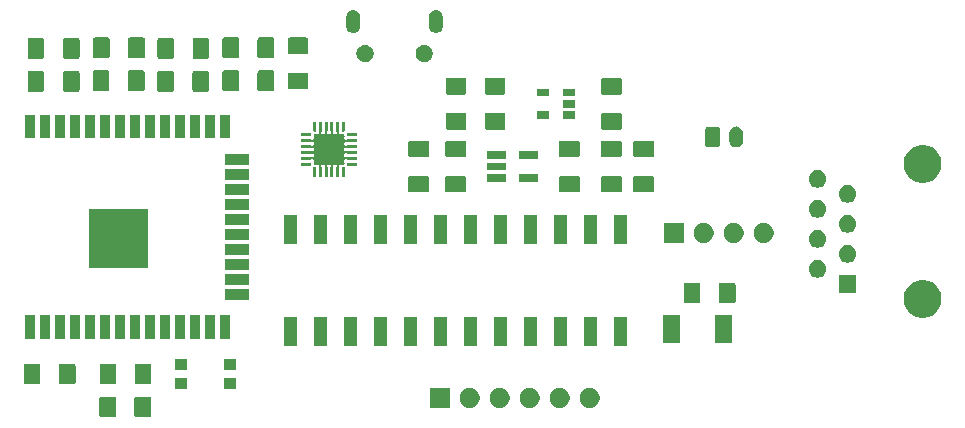
<source format=gbr>
G04 #@! TF.GenerationSoftware,KiCad,Pcbnew,5.1.5+dfsg1-2build2*
G04 #@! TF.CreationDate,2020-08-28T17:04:02+02:00*
G04 #@! TF.ProjectId,System Air,53797374-656d-4204-9169-722e6b696361,rev?*
G04 #@! TF.SameCoordinates,Original*
G04 #@! TF.FileFunction,Soldermask,Top*
G04 #@! TF.FilePolarity,Negative*
%FSLAX46Y46*%
G04 Gerber Fmt 4.6, Leading zero omitted, Abs format (unit mm)*
G04 Created by KiCad (PCBNEW 5.1.5+dfsg1-2build2) date 2020-08-28 17:04:02*
%MOMM*%
%LPD*%
G04 APERTURE LIST*
%ADD10C,0.100000*%
G04 APERTURE END LIST*
D10*
G36*
X108794764Y-110888837D02*
G01*
X108826325Y-110898412D01*
X108855420Y-110913963D01*
X108880915Y-110934885D01*
X108901837Y-110960380D01*
X108917388Y-110989475D01*
X108926963Y-111021036D01*
X108930800Y-111059998D01*
X108930800Y-112460002D01*
X108926963Y-112498964D01*
X108917388Y-112530525D01*
X108901837Y-112559620D01*
X108880915Y-112585115D01*
X108855420Y-112606037D01*
X108826325Y-112621588D01*
X108794764Y-112631163D01*
X108755802Y-112635000D01*
X107680798Y-112635000D01*
X107641836Y-112631163D01*
X107610275Y-112621588D01*
X107581180Y-112606037D01*
X107555685Y-112585115D01*
X107534763Y-112559620D01*
X107519212Y-112530525D01*
X107509637Y-112498964D01*
X107505800Y-112460002D01*
X107505800Y-111059998D01*
X107509637Y-111021036D01*
X107519212Y-110989475D01*
X107534763Y-110960380D01*
X107555685Y-110934885D01*
X107581180Y-110913963D01*
X107610275Y-110898412D01*
X107641836Y-110888837D01*
X107680798Y-110885000D01*
X108755802Y-110885000D01*
X108794764Y-110888837D01*
G37*
G36*
X105819764Y-110888837D02*
G01*
X105851325Y-110898412D01*
X105880420Y-110913963D01*
X105905915Y-110934885D01*
X105926837Y-110960380D01*
X105942388Y-110989475D01*
X105951963Y-111021036D01*
X105955800Y-111059998D01*
X105955800Y-112460002D01*
X105951963Y-112498964D01*
X105942388Y-112530525D01*
X105926837Y-112559620D01*
X105905915Y-112585115D01*
X105880420Y-112606037D01*
X105851325Y-112621588D01*
X105819764Y-112631163D01*
X105780802Y-112635000D01*
X104705798Y-112635000D01*
X104666836Y-112631163D01*
X104635275Y-112621588D01*
X104606180Y-112606037D01*
X104580685Y-112585115D01*
X104559763Y-112559620D01*
X104544212Y-112530525D01*
X104534637Y-112498964D01*
X104530800Y-112460002D01*
X104530800Y-111059998D01*
X104534637Y-111021036D01*
X104544212Y-110989475D01*
X104559763Y-110960380D01*
X104580685Y-110934885D01*
X104606180Y-110913963D01*
X104635275Y-110898412D01*
X104666836Y-110888837D01*
X104705798Y-110885000D01*
X105780802Y-110885000D01*
X105819764Y-110888837D01*
G37*
G36*
X138677935Y-110180664D02*
G01*
X138832624Y-110244739D01*
X138832626Y-110244740D01*
X138971844Y-110337762D01*
X139090238Y-110456156D01*
X139183260Y-110595374D01*
X139183261Y-110595376D01*
X139247336Y-110750065D01*
X139280000Y-110914281D01*
X139280000Y-111081719D01*
X139247336Y-111245935D01*
X139183261Y-111400624D01*
X139183260Y-111400626D01*
X139090238Y-111539844D01*
X138971844Y-111658238D01*
X138832626Y-111751260D01*
X138832625Y-111751261D01*
X138832624Y-111751261D01*
X138677935Y-111815336D01*
X138513719Y-111848000D01*
X138346281Y-111848000D01*
X138182065Y-111815336D01*
X138027376Y-111751261D01*
X138027375Y-111751261D01*
X138027374Y-111751260D01*
X137888156Y-111658238D01*
X137769762Y-111539844D01*
X137676740Y-111400626D01*
X137676739Y-111400624D01*
X137612664Y-111245935D01*
X137580000Y-111081719D01*
X137580000Y-110914281D01*
X137612664Y-110750065D01*
X137676739Y-110595376D01*
X137676740Y-110595374D01*
X137769762Y-110456156D01*
X137888156Y-110337762D01*
X138027374Y-110244740D01*
X138027376Y-110244739D01*
X138182065Y-110180664D01*
X138346281Y-110148000D01*
X138513719Y-110148000D01*
X138677935Y-110180664D01*
G37*
G36*
X136137935Y-110180664D02*
G01*
X136292624Y-110244739D01*
X136292626Y-110244740D01*
X136431844Y-110337762D01*
X136550238Y-110456156D01*
X136643260Y-110595374D01*
X136643261Y-110595376D01*
X136707336Y-110750065D01*
X136740000Y-110914281D01*
X136740000Y-111081719D01*
X136707336Y-111245935D01*
X136643261Y-111400624D01*
X136643260Y-111400626D01*
X136550238Y-111539844D01*
X136431844Y-111658238D01*
X136292626Y-111751260D01*
X136292625Y-111751261D01*
X136292624Y-111751261D01*
X136137935Y-111815336D01*
X135973719Y-111848000D01*
X135806281Y-111848000D01*
X135642065Y-111815336D01*
X135487376Y-111751261D01*
X135487375Y-111751261D01*
X135487374Y-111751260D01*
X135348156Y-111658238D01*
X135229762Y-111539844D01*
X135136740Y-111400626D01*
X135136739Y-111400624D01*
X135072664Y-111245935D01*
X135040000Y-111081719D01*
X135040000Y-110914281D01*
X135072664Y-110750065D01*
X135136739Y-110595376D01*
X135136740Y-110595374D01*
X135229762Y-110456156D01*
X135348156Y-110337762D01*
X135487374Y-110244740D01*
X135487376Y-110244739D01*
X135642065Y-110180664D01*
X135806281Y-110148000D01*
X135973719Y-110148000D01*
X136137935Y-110180664D01*
G37*
G36*
X134200000Y-111848000D02*
G01*
X132500000Y-111848000D01*
X132500000Y-110148000D01*
X134200000Y-110148000D01*
X134200000Y-111848000D01*
G37*
G36*
X141217935Y-110180664D02*
G01*
X141372624Y-110244739D01*
X141372626Y-110244740D01*
X141511844Y-110337762D01*
X141630238Y-110456156D01*
X141723260Y-110595374D01*
X141723261Y-110595376D01*
X141787336Y-110750065D01*
X141820000Y-110914281D01*
X141820000Y-111081719D01*
X141787336Y-111245935D01*
X141723261Y-111400624D01*
X141723260Y-111400626D01*
X141630238Y-111539844D01*
X141511844Y-111658238D01*
X141372626Y-111751260D01*
X141372625Y-111751261D01*
X141372624Y-111751261D01*
X141217935Y-111815336D01*
X141053719Y-111848000D01*
X140886281Y-111848000D01*
X140722065Y-111815336D01*
X140567376Y-111751261D01*
X140567375Y-111751261D01*
X140567374Y-111751260D01*
X140428156Y-111658238D01*
X140309762Y-111539844D01*
X140216740Y-111400626D01*
X140216739Y-111400624D01*
X140152664Y-111245935D01*
X140120000Y-111081719D01*
X140120000Y-110914281D01*
X140152664Y-110750065D01*
X140216739Y-110595376D01*
X140216740Y-110595374D01*
X140309762Y-110456156D01*
X140428156Y-110337762D01*
X140567374Y-110244740D01*
X140567376Y-110244739D01*
X140722065Y-110180664D01*
X140886281Y-110148000D01*
X141053719Y-110148000D01*
X141217935Y-110180664D01*
G37*
G36*
X146297935Y-110180664D02*
G01*
X146452624Y-110244739D01*
X146452626Y-110244740D01*
X146591844Y-110337762D01*
X146710238Y-110456156D01*
X146803260Y-110595374D01*
X146803261Y-110595376D01*
X146867336Y-110750065D01*
X146900000Y-110914281D01*
X146900000Y-111081719D01*
X146867336Y-111245935D01*
X146803261Y-111400624D01*
X146803260Y-111400626D01*
X146710238Y-111539844D01*
X146591844Y-111658238D01*
X146452626Y-111751260D01*
X146452625Y-111751261D01*
X146452624Y-111751261D01*
X146297935Y-111815336D01*
X146133719Y-111848000D01*
X145966281Y-111848000D01*
X145802065Y-111815336D01*
X145647376Y-111751261D01*
X145647375Y-111751261D01*
X145647374Y-111751260D01*
X145508156Y-111658238D01*
X145389762Y-111539844D01*
X145296740Y-111400626D01*
X145296739Y-111400624D01*
X145232664Y-111245935D01*
X145200000Y-111081719D01*
X145200000Y-110914281D01*
X145232664Y-110750065D01*
X145296739Y-110595376D01*
X145296740Y-110595374D01*
X145389762Y-110456156D01*
X145508156Y-110337762D01*
X145647374Y-110244740D01*
X145647376Y-110244739D01*
X145802065Y-110180664D01*
X145966281Y-110148000D01*
X146133719Y-110148000D01*
X146297935Y-110180664D01*
G37*
G36*
X143757935Y-110180664D02*
G01*
X143912624Y-110244739D01*
X143912626Y-110244740D01*
X144051844Y-110337762D01*
X144170238Y-110456156D01*
X144263260Y-110595374D01*
X144263261Y-110595376D01*
X144327336Y-110750065D01*
X144360000Y-110914281D01*
X144360000Y-111081719D01*
X144327336Y-111245935D01*
X144263261Y-111400624D01*
X144263260Y-111400626D01*
X144170238Y-111539844D01*
X144051844Y-111658238D01*
X143912626Y-111751260D01*
X143912625Y-111751261D01*
X143912624Y-111751261D01*
X143757935Y-111815336D01*
X143593719Y-111848000D01*
X143426281Y-111848000D01*
X143262065Y-111815336D01*
X143107376Y-111751261D01*
X143107375Y-111751261D01*
X143107374Y-111751260D01*
X142968156Y-111658238D01*
X142849762Y-111539844D01*
X142756740Y-111400626D01*
X142756739Y-111400624D01*
X142692664Y-111245935D01*
X142660000Y-111081719D01*
X142660000Y-110914281D01*
X142692664Y-110750065D01*
X142756739Y-110595376D01*
X142756740Y-110595374D01*
X142849762Y-110456156D01*
X142968156Y-110337762D01*
X143107374Y-110244740D01*
X143107376Y-110244739D01*
X143262065Y-110180664D01*
X143426281Y-110148000D01*
X143593719Y-110148000D01*
X143757935Y-110180664D01*
G37*
G36*
X111988000Y-110216000D02*
G01*
X110988000Y-110216000D01*
X110988000Y-109316000D01*
X111988000Y-109316000D01*
X111988000Y-110216000D01*
G37*
G36*
X116088000Y-110216000D02*
G01*
X115088000Y-110216000D01*
X115088000Y-109316000D01*
X116088000Y-109316000D01*
X116088000Y-110216000D01*
G37*
G36*
X102393964Y-108094837D02*
G01*
X102425525Y-108104412D01*
X102454620Y-108119963D01*
X102480115Y-108140885D01*
X102501037Y-108166380D01*
X102516588Y-108195475D01*
X102526163Y-108227036D01*
X102530000Y-108265998D01*
X102530000Y-109666002D01*
X102526163Y-109704964D01*
X102516588Y-109736525D01*
X102501037Y-109765620D01*
X102480115Y-109791115D01*
X102454620Y-109812037D01*
X102425525Y-109827588D01*
X102393964Y-109837163D01*
X102355002Y-109841000D01*
X101279998Y-109841000D01*
X101241036Y-109837163D01*
X101209475Y-109827588D01*
X101180380Y-109812037D01*
X101154885Y-109791115D01*
X101133963Y-109765620D01*
X101118412Y-109736525D01*
X101108837Y-109704964D01*
X101105000Y-109666002D01*
X101105000Y-108265998D01*
X101108837Y-108227036D01*
X101118412Y-108195475D01*
X101133963Y-108166380D01*
X101154885Y-108140885D01*
X101180380Y-108119963D01*
X101209475Y-108104412D01*
X101241036Y-108094837D01*
X101279998Y-108091000D01*
X102355002Y-108091000D01*
X102393964Y-108094837D01*
G37*
G36*
X108822964Y-108094837D02*
G01*
X108854525Y-108104412D01*
X108883620Y-108119963D01*
X108909115Y-108140885D01*
X108930037Y-108166380D01*
X108945588Y-108195475D01*
X108955163Y-108227036D01*
X108959000Y-108265998D01*
X108959000Y-109666002D01*
X108955163Y-109704964D01*
X108945588Y-109736525D01*
X108930037Y-109765620D01*
X108909115Y-109791115D01*
X108883620Y-109812037D01*
X108854525Y-109827588D01*
X108822964Y-109837163D01*
X108784002Y-109841000D01*
X107708998Y-109841000D01*
X107670036Y-109837163D01*
X107638475Y-109827588D01*
X107609380Y-109812037D01*
X107583885Y-109791115D01*
X107562963Y-109765620D01*
X107547412Y-109736525D01*
X107537837Y-109704964D01*
X107534000Y-109666002D01*
X107534000Y-108265998D01*
X107537837Y-108227036D01*
X107547412Y-108195475D01*
X107562963Y-108166380D01*
X107583885Y-108140885D01*
X107609380Y-108119963D01*
X107638475Y-108104412D01*
X107670036Y-108094837D01*
X107708998Y-108091000D01*
X108784002Y-108091000D01*
X108822964Y-108094837D01*
G37*
G36*
X105847964Y-108094837D02*
G01*
X105879525Y-108104412D01*
X105908620Y-108119963D01*
X105934115Y-108140885D01*
X105955037Y-108166380D01*
X105970588Y-108195475D01*
X105980163Y-108227036D01*
X105984000Y-108265998D01*
X105984000Y-109666002D01*
X105980163Y-109704964D01*
X105970588Y-109736525D01*
X105955037Y-109765620D01*
X105934115Y-109791115D01*
X105908620Y-109812037D01*
X105879525Y-109827588D01*
X105847964Y-109837163D01*
X105809002Y-109841000D01*
X104733998Y-109841000D01*
X104695036Y-109837163D01*
X104663475Y-109827588D01*
X104634380Y-109812037D01*
X104608885Y-109791115D01*
X104587963Y-109765620D01*
X104572412Y-109736525D01*
X104562837Y-109704964D01*
X104559000Y-109666002D01*
X104559000Y-108265998D01*
X104562837Y-108227036D01*
X104572412Y-108195475D01*
X104587963Y-108166380D01*
X104608885Y-108140885D01*
X104634380Y-108119963D01*
X104663475Y-108104412D01*
X104695036Y-108094837D01*
X104733998Y-108091000D01*
X105809002Y-108091000D01*
X105847964Y-108094837D01*
G37*
G36*
X99418964Y-108094837D02*
G01*
X99450525Y-108104412D01*
X99479620Y-108119963D01*
X99505115Y-108140885D01*
X99526037Y-108166380D01*
X99541588Y-108195475D01*
X99551163Y-108227036D01*
X99555000Y-108265998D01*
X99555000Y-109666002D01*
X99551163Y-109704964D01*
X99541588Y-109736525D01*
X99526037Y-109765620D01*
X99505115Y-109791115D01*
X99479620Y-109812037D01*
X99450525Y-109827588D01*
X99418964Y-109837163D01*
X99380002Y-109841000D01*
X98304998Y-109841000D01*
X98266036Y-109837163D01*
X98234475Y-109827588D01*
X98205380Y-109812037D01*
X98179885Y-109791115D01*
X98158963Y-109765620D01*
X98143412Y-109736525D01*
X98133837Y-109704964D01*
X98130000Y-109666002D01*
X98130000Y-108265998D01*
X98133837Y-108227036D01*
X98143412Y-108195475D01*
X98158963Y-108166380D01*
X98179885Y-108140885D01*
X98205380Y-108119963D01*
X98234475Y-108104412D01*
X98266036Y-108094837D01*
X98304998Y-108091000D01*
X99380002Y-108091000D01*
X99418964Y-108094837D01*
G37*
G36*
X111988000Y-108616000D02*
G01*
X110988000Y-108616000D01*
X110988000Y-107716000D01*
X111988000Y-107716000D01*
X111988000Y-108616000D01*
G37*
G36*
X116088000Y-108616000D02*
G01*
X115088000Y-108616000D01*
X115088000Y-107716000D01*
X116088000Y-107716000D01*
X116088000Y-108616000D01*
G37*
G36*
X144171600Y-106566200D02*
G01*
X143051600Y-106566200D01*
X143051600Y-104126200D01*
X144171600Y-104126200D01*
X144171600Y-106566200D01*
G37*
G36*
X141631600Y-106566200D02*
G01*
X140511600Y-106566200D01*
X140511600Y-104126200D01*
X141631600Y-104126200D01*
X141631600Y-106566200D01*
G37*
G36*
X121311600Y-106566200D02*
G01*
X120191600Y-106566200D01*
X120191600Y-104126200D01*
X121311600Y-104126200D01*
X121311600Y-106566200D01*
G37*
G36*
X123851600Y-106566200D02*
G01*
X122731600Y-106566200D01*
X122731600Y-104126200D01*
X123851600Y-104126200D01*
X123851600Y-106566200D01*
G37*
G36*
X126391600Y-106566200D02*
G01*
X125271600Y-106566200D01*
X125271600Y-104126200D01*
X126391600Y-104126200D01*
X126391600Y-106566200D01*
G37*
G36*
X128931600Y-106566200D02*
G01*
X127811600Y-106566200D01*
X127811600Y-104126200D01*
X128931600Y-104126200D01*
X128931600Y-106566200D01*
G37*
G36*
X131471600Y-106566200D02*
G01*
X130351600Y-106566200D01*
X130351600Y-104126200D01*
X131471600Y-104126200D01*
X131471600Y-106566200D01*
G37*
G36*
X134011600Y-106566200D02*
G01*
X132891600Y-106566200D01*
X132891600Y-104126200D01*
X134011600Y-104126200D01*
X134011600Y-106566200D01*
G37*
G36*
X136551600Y-106566200D02*
G01*
X135431600Y-106566200D01*
X135431600Y-104126200D01*
X136551600Y-104126200D01*
X136551600Y-106566200D01*
G37*
G36*
X139091600Y-106566200D02*
G01*
X137971600Y-106566200D01*
X137971600Y-104126200D01*
X139091600Y-104126200D01*
X139091600Y-106566200D01*
G37*
G36*
X146711600Y-106566200D02*
G01*
X145591600Y-106566200D01*
X145591600Y-104126200D01*
X146711600Y-104126200D01*
X146711600Y-106566200D01*
G37*
G36*
X149251600Y-106566200D02*
G01*
X148131600Y-106566200D01*
X148131600Y-104126200D01*
X149251600Y-104126200D01*
X149251600Y-106566200D01*
G37*
G36*
X158105000Y-106356000D02*
G01*
X156655000Y-106356000D01*
X156655000Y-103956000D01*
X158105000Y-103956000D01*
X158105000Y-106356000D01*
G37*
G36*
X153705000Y-106356000D02*
G01*
X152255000Y-106356000D01*
X152255000Y-103956000D01*
X153705000Y-103956000D01*
X153705000Y-106356000D01*
G37*
G36*
X106749000Y-106020000D02*
G01*
X105849000Y-106020000D01*
X105849000Y-104020000D01*
X106749000Y-104020000D01*
X106749000Y-106020000D01*
G37*
G36*
X104209000Y-106020000D02*
G01*
X103309000Y-106020000D01*
X103309000Y-104020000D01*
X104209000Y-104020000D01*
X104209000Y-106020000D01*
G37*
G36*
X102939000Y-106020000D02*
G01*
X102039000Y-106020000D01*
X102039000Y-104020000D01*
X102939000Y-104020000D01*
X102939000Y-106020000D01*
G37*
G36*
X101669000Y-106020000D02*
G01*
X100769000Y-106020000D01*
X100769000Y-104020000D01*
X101669000Y-104020000D01*
X101669000Y-106020000D01*
G37*
G36*
X100399000Y-106020000D02*
G01*
X99499000Y-106020000D01*
X99499000Y-104020000D01*
X100399000Y-104020000D01*
X100399000Y-106020000D01*
G37*
G36*
X99129000Y-106020000D02*
G01*
X98229000Y-106020000D01*
X98229000Y-104020000D01*
X99129000Y-104020000D01*
X99129000Y-106020000D01*
G37*
G36*
X108019000Y-106020000D02*
G01*
X107119000Y-106020000D01*
X107119000Y-104020000D01*
X108019000Y-104020000D01*
X108019000Y-106020000D01*
G37*
G36*
X105479000Y-106020000D02*
G01*
X104579000Y-106020000D01*
X104579000Y-104020000D01*
X105479000Y-104020000D01*
X105479000Y-106020000D01*
G37*
G36*
X110559000Y-106020000D02*
G01*
X109659000Y-106020000D01*
X109659000Y-104020000D01*
X110559000Y-104020000D01*
X110559000Y-106020000D01*
G37*
G36*
X109289000Y-106020000D02*
G01*
X108389000Y-106020000D01*
X108389000Y-104020000D01*
X109289000Y-104020000D01*
X109289000Y-106020000D01*
G37*
G36*
X111829000Y-106020000D02*
G01*
X110929000Y-106020000D01*
X110929000Y-104020000D01*
X111829000Y-104020000D01*
X111829000Y-106020000D01*
G37*
G36*
X113099000Y-106020000D02*
G01*
X112199000Y-106020000D01*
X112199000Y-104020000D01*
X113099000Y-104020000D01*
X113099000Y-106020000D01*
G37*
G36*
X114369000Y-106020000D02*
G01*
X113469000Y-106020000D01*
X113469000Y-104020000D01*
X114369000Y-104020000D01*
X114369000Y-106020000D01*
G37*
G36*
X115639000Y-106020000D02*
G01*
X114739000Y-106020000D01*
X114739000Y-104020000D01*
X115639000Y-104020000D01*
X115639000Y-106020000D01*
G37*
G36*
X174710703Y-101077486D02*
G01*
X175001883Y-101198097D01*
X175263940Y-101373198D01*
X175486802Y-101596060D01*
X175661903Y-101858117D01*
X175782514Y-102149297D01*
X175844000Y-102458412D01*
X175844000Y-102773588D01*
X175782514Y-103082703D01*
X175661903Y-103373883D01*
X175486802Y-103635940D01*
X175263940Y-103858802D01*
X175001883Y-104033903D01*
X174710703Y-104154514D01*
X174401588Y-104216000D01*
X174086412Y-104216000D01*
X173777297Y-104154514D01*
X173486117Y-104033903D01*
X173224060Y-103858802D01*
X173001198Y-103635940D01*
X172826097Y-103373883D01*
X172705486Y-103082703D01*
X172644000Y-102773588D01*
X172644000Y-102458412D01*
X172705486Y-102149297D01*
X172826097Y-101858117D01*
X173001198Y-101596060D01*
X173224060Y-101373198D01*
X173486117Y-101198097D01*
X173777297Y-101077486D01*
X174086412Y-101016000D01*
X174401588Y-101016000D01*
X174710703Y-101077486D01*
G37*
G36*
X158273964Y-101236837D02*
G01*
X158305525Y-101246412D01*
X158334620Y-101261963D01*
X158360115Y-101282885D01*
X158381037Y-101308380D01*
X158396588Y-101337475D01*
X158406163Y-101369036D01*
X158410000Y-101407998D01*
X158410000Y-102808002D01*
X158406163Y-102846964D01*
X158396588Y-102878525D01*
X158381037Y-102907620D01*
X158360115Y-102933115D01*
X158334620Y-102954037D01*
X158305525Y-102969588D01*
X158273964Y-102979163D01*
X158235002Y-102983000D01*
X157159998Y-102983000D01*
X157121036Y-102979163D01*
X157089475Y-102969588D01*
X157060380Y-102954037D01*
X157034885Y-102933115D01*
X157013963Y-102907620D01*
X156998412Y-102878525D01*
X156988837Y-102846964D01*
X156985000Y-102808002D01*
X156985000Y-101407998D01*
X156988837Y-101369036D01*
X156998412Y-101337475D01*
X157013963Y-101308380D01*
X157034885Y-101282885D01*
X157060380Y-101261963D01*
X157089475Y-101246412D01*
X157121036Y-101236837D01*
X157159998Y-101233000D01*
X158235002Y-101233000D01*
X158273964Y-101236837D01*
G37*
G36*
X155298964Y-101236837D02*
G01*
X155330525Y-101246412D01*
X155359620Y-101261963D01*
X155385115Y-101282885D01*
X155406037Y-101308380D01*
X155421588Y-101337475D01*
X155431163Y-101369036D01*
X155435000Y-101407998D01*
X155435000Y-102808002D01*
X155431163Y-102846964D01*
X155421588Y-102878525D01*
X155406037Y-102907620D01*
X155385115Y-102933115D01*
X155359620Y-102954037D01*
X155330525Y-102969588D01*
X155298964Y-102979163D01*
X155260002Y-102983000D01*
X154184998Y-102983000D01*
X154146036Y-102979163D01*
X154114475Y-102969588D01*
X154085380Y-102954037D01*
X154059885Y-102933115D01*
X154038963Y-102907620D01*
X154023412Y-102878525D01*
X154013837Y-102846964D01*
X154010000Y-102808002D01*
X154010000Y-101407998D01*
X154013837Y-101369036D01*
X154023412Y-101337475D01*
X154038963Y-101308380D01*
X154059885Y-101282885D01*
X154085380Y-101261963D01*
X154114475Y-101246412D01*
X154146036Y-101236837D01*
X154184998Y-101233000D01*
X155260002Y-101233000D01*
X155298964Y-101236837D01*
G37*
G36*
X117189000Y-102685000D02*
G01*
X115189000Y-102685000D01*
X115189000Y-101785000D01*
X117189000Y-101785000D01*
X117189000Y-102685000D01*
G37*
G36*
X168644000Y-102096000D02*
G01*
X167144000Y-102096000D01*
X167144000Y-100596000D01*
X168644000Y-100596000D01*
X168644000Y-102096000D01*
G37*
G36*
X117189000Y-101415000D02*
G01*
X115189000Y-101415000D01*
X115189000Y-100515000D01*
X117189000Y-100515000D01*
X117189000Y-101415000D01*
G37*
G36*
X165572766Y-99354821D02*
G01*
X165709257Y-99411358D01*
X165832097Y-99493437D01*
X165936563Y-99597903D01*
X166018642Y-99720743D01*
X166075179Y-99857234D01*
X166104000Y-100002130D01*
X166104000Y-100149870D01*
X166075179Y-100294766D01*
X166018642Y-100431257D01*
X165936563Y-100554097D01*
X165832097Y-100658563D01*
X165709257Y-100740642D01*
X165572766Y-100797179D01*
X165427870Y-100826000D01*
X165280130Y-100826000D01*
X165135234Y-100797179D01*
X164998743Y-100740642D01*
X164875903Y-100658563D01*
X164771437Y-100554097D01*
X164689358Y-100431257D01*
X164632821Y-100294766D01*
X164604000Y-100149870D01*
X164604000Y-100002130D01*
X164632821Y-99857234D01*
X164689358Y-99720743D01*
X164771437Y-99597903D01*
X164875903Y-99493437D01*
X164998743Y-99411358D01*
X165135234Y-99354821D01*
X165280130Y-99326000D01*
X165427870Y-99326000D01*
X165572766Y-99354821D01*
G37*
G36*
X117189000Y-100145000D02*
G01*
X115189000Y-100145000D01*
X115189000Y-99245000D01*
X117189000Y-99245000D01*
X117189000Y-100145000D01*
G37*
G36*
X108679000Y-100020000D02*
G01*
X103679000Y-100020000D01*
X103679000Y-95020000D01*
X108679000Y-95020000D01*
X108679000Y-100020000D01*
G37*
G36*
X168112766Y-98084821D02*
G01*
X168249257Y-98141358D01*
X168372097Y-98223437D01*
X168476563Y-98327903D01*
X168558642Y-98450743D01*
X168615179Y-98587234D01*
X168644000Y-98732130D01*
X168644000Y-98879870D01*
X168615179Y-99024766D01*
X168558642Y-99161257D01*
X168476563Y-99284097D01*
X168372097Y-99388563D01*
X168249257Y-99470642D01*
X168112766Y-99527179D01*
X167967870Y-99556000D01*
X167820130Y-99556000D01*
X167675234Y-99527179D01*
X167538743Y-99470642D01*
X167415903Y-99388563D01*
X167311437Y-99284097D01*
X167229358Y-99161257D01*
X167172821Y-99024766D01*
X167144000Y-98879870D01*
X167144000Y-98732130D01*
X167172821Y-98587234D01*
X167229358Y-98450743D01*
X167311437Y-98327903D01*
X167415903Y-98223437D01*
X167538743Y-98141358D01*
X167675234Y-98084821D01*
X167820130Y-98056000D01*
X167967870Y-98056000D01*
X168112766Y-98084821D01*
G37*
G36*
X117189000Y-98875000D02*
G01*
X115189000Y-98875000D01*
X115189000Y-97975000D01*
X117189000Y-97975000D01*
X117189000Y-98875000D01*
G37*
G36*
X165572766Y-96814821D02*
G01*
X165709257Y-96871358D01*
X165832097Y-96953437D01*
X165936563Y-97057903D01*
X166018642Y-97180743D01*
X166075179Y-97317234D01*
X166104000Y-97462130D01*
X166104000Y-97609870D01*
X166075179Y-97754766D01*
X166018642Y-97891257D01*
X165936563Y-98014097D01*
X165832097Y-98118563D01*
X165709257Y-98200642D01*
X165572766Y-98257179D01*
X165427870Y-98286000D01*
X165280130Y-98286000D01*
X165135234Y-98257179D01*
X164998743Y-98200642D01*
X164875903Y-98118563D01*
X164771437Y-98014097D01*
X164689358Y-97891257D01*
X164632821Y-97754766D01*
X164604000Y-97609870D01*
X164604000Y-97462130D01*
X164632821Y-97317234D01*
X164689358Y-97180743D01*
X164771437Y-97057903D01*
X164875903Y-96953437D01*
X164998743Y-96871358D01*
X165135234Y-96814821D01*
X165280130Y-96786000D01*
X165427870Y-96786000D01*
X165572766Y-96814821D01*
G37*
G36*
X131471600Y-97956200D02*
G01*
X130351600Y-97956200D01*
X130351600Y-95516200D01*
X131471600Y-95516200D01*
X131471600Y-97956200D01*
G37*
G36*
X149251600Y-97956200D02*
G01*
X148131600Y-97956200D01*
X148131600Y-95516200D01*
X149251600Y-95516200D01*
X149251600Y-97956200D01*
G37*
G36*
X146711600Y-97956200D02*
G01*
X145591600Y-97956200D01*
X145591600Y-95516200D01*
X146711600Y-95516200D01*
X146711600Y-97956200D01*
G37*
G36*
X144171600Y-97956200D02*
G01*
X143051600Y-97956200D01*
X143051600Y-95516200D01*
X144171600Y-95516200D01*
X144171600Y-97956200D01*
G37*
G36*
X141631600Y-97956200D02*
G01*
X140511600Y-97956200D01*
X140511600Y-95516200D01*
X141631600Y-95516200D01*
X141631600Y-97956200D01*
G37*
G36*
X139091600Y-97956200D02*
G01*
X137971600Y-97956200D01*
X137971600Y-95516200D01*
X139091600Y-95516200D01*
X139091600Y-97956200D01*
G37*
G36*
X134011600Y-97956200D02*
G01*
X132891600Y-97956200D01*
X132891600Y-95516200D01*
X134011600Y-95516200D01*
X134011600Y-97956200D01*
G37*
G36*
X123851600Y-97956200D02*
G01*
X122731600Y-97956200D01*
X122731600Y-95516200D01*
X123851600Y-95516200D01*
X123851600Y-97956200D01*
G37*
G36*
X126391600Y-97956200D02*
G01*
X125271600Y-97956200D01*
X125271600Y-95516200D01*
X126391600Y-95516200D01*
X126391600Y-97956200D01*
G37*
G36*
X128931600Y-97956200D02*
G01*
X127811600Y-97956200D01*
X127811600Y-95516200D01*
X128931600Y-95516200D01*
X128931600Y-97956200D01*
G37*
G36*
X136551600Y-97956200D02*
G01*
X135431600Y-97956200D01*
X135431600Y-95516200D01*
X136551600Y-95516200D01*
X136551600Y-97956200D01*
G37*
G36*
X121311600Y-97956200D02*
G01*
X120191600Y-97956200D01*
X120191600Y-95516200D01*
X121311600Y-95516200D01*
X121311600Y-97956200D01*
G37*
G36*
X161029935Y-96210664D02*
G01*
X161184624Y-96274739D01*
X161184626Y-96274740D01*
X161323844Y-96367762D01*
X161442238Y-96486156D01*
X161535260Y-96625374D01*
X161535261Y-96625376D01*
X161599336Y-96780065D01*
X161632000Y-96944281D01*
X161632000Y-97111719D01*
X161599336Y-97275935D01*
X161582229Y-97317234D01*
X161535260Y-97430626D01*
X161442238Y-97569844D01*
X161323844Y-97688238D01*
X161184626Y-97781260D01*
X161184625Y-97781261D01*
X161184624Y-97781261D01*
X161029935Y-97845336D01*
X160865719Y-97878000D01*
X160698281Y-97878000D01*
X160534065Y-97845336D01*
X160379376Y-97781261D01*
X160379375Y-97781261D01*
X160379374Y-97781260D01*
X160240156Y-97688238D01*
X160121762Y-97569844D01*
X160028740Y-97430626D01*
X159981771Y-97317234D01*
X159964664Y-97275935D01*
X159932000Y-97111719D01*
X159932000Y-96944281D01*
X159964664Y-96780065D01*
X160028739Y-96625376D01*
X160028740Y-96625374D01*
X160121762Y-96486156D01*
X160240156Y-96367762D01*
X160379374Y-96274740D01*
X160379376Y-96274739D01*
X160534065Y-96210664D01*
X160698281Y-96178000D01*
X160865719Y-96178000D01*
X161029935Y-96210664D01*
G37*
G36*
X158489935Y-96210664D02*
G01*
X158644624Y-96274739D01*
X158644626Y-96274740D01*
X158783844Y-96367762D01*
X158902238Y-96486156D01*
X158995260Y-96625374D01*
X158995261Y-96625376D01*
X159059336Y-96780065D01*
X159092000Y-96944281D01*
X159092000Y-97111719D01*
X159059336Y-97275935D01*
X159042229Y-97317234D01*
X158995260Y-97430626D01*
X158902238Y-97569844D01*
X158783844Y-97688238D01*
X158644626Y-97781260D01*
X158644625Y-97781261D01*
X158644624Y-97781261D01*
X158489935Y-97845336D01*
X158325719Y-97878000D01*
X158158281Y-97878000D01*
X157994065Y-97845336D01*
X157839376Y-97781261D01*
X157839375Y-97781261D01*
X157839374Y-97781260D01*
X157700156Y-97688238D01*
X157581762Y-97569844D01*
X157488740Y-97430626D01*
X157441771Y-97317234D01*
X157424664Y-97275935D01*
X157392000Y-97111719D01*
X157392000Y-96944281D01*
X157424664Y-96780065D01*
X157488739Y-96625376D01*
X157488740Y-96625374D01*
X157581762Y-96486156D01*
X157700156Y-96367762D01*
X157839374Y-96274740D01*
X157839376Y-96274739D01*
X157994065Y-96210664D01*
X158158281Y-96178000D01*
X158325719Y-96178000D01*
X158489935Y-96210664D01*
G37*
G36*
X155949935Y-96210664D02*
G01*
X156104624Y-96274739D01*
X156104626Y-96274740D01*
X156243844Y-96367762D01*
X156362238Y-96486156D01*
X156455260Y-96625374D01*
X156455261Y-96625376D01*
X156519336Y-96780065D01*
X156552000Y-96944281D01*
X156552000Y-97111719D01*
X156519336Y-97275935D01*
X156502229Y-97317234D01*
X156455260Y-97430626D01*
X156362238Y-97569844D01*
X156243844Y-97688238D01*
X156104626Y-97781260D01*
X156104625Y-97781261D01*
X156104624Y-97781261D01*
X155949935Y-97845336D01*
X155785719Y-97878000D01*
X155618281Y-97878000D01*
X155454065Y-97845336D01*
X155299376Y-97781261D01*
X155299375Y-97781261D01*
X155299374Y-97781260D01*
X155160156Y-97688238D01*
X155041762Y-97569844D01*
X154948740Y-97430626D01*
X154901771Y-97317234D01*
X154884664Y-97275935D01*
X154852000Y-97111719D01*
X154852000Y-96944281D01*
X154884664Y-96780065D01*
X154948739Y-96625376D01*
X154948740Y-96625374D01*
X155041762Y-96486156D01*
X155160156Y-96367762D01*
X155299374Y-96274740D01*
X155299376Y-96274739D01*
X155454065Y-96210664D01*
X155618281Y-96178000D01*
X155785719Y-96178000D01*
X155949935Y-96210664D01*
G37*
G36*
X154012000Y-97878000D02*
G01*
X152312000Y-97878000D01*
X152312000Y-96178000D01*
X154012000Y-96178000D01*
X154012000Y-97878000D01*
G37*
G36*
X117189000Y-97605000D02*
G01*
X115189000Y-97605000D01*
X115189000Y-96705000D01*
X117189000Y-96705000D01*
X117189000Y-97605000D01*
G37*
G36*
X168112766Y-95544821D02*
G01*
X168249257Y-95601358D01*
X168372097Y-95683437D01*
X168476563Y-95787903D01*
X168558642Y-95910743D01*
X168615179Y-96047234D01*
X168644000Y-96192130D01*
X168644000Y-96339870D01*
X168615179Y-96484766D01*
X168558642Y-96621257D01*
X168476563Y-96744097D01*
X168372097Y-96848563D01*
X168249257Y-96930642D01*
X168112766Y-96987179D01*
X167967870Y-97016000D01*
X167820130Y-97016000D01*
X167675234Y-96987179D01*
X167538743Y-96930642D01*
X167415903Y-96848563D01*
X167311437Y-96744097D01*
X167229358Y-96621257D01*
X167172821Y-96484766D01*
X167144000Y-96339870D01*
X167144000Y-96192130D01*
X167172821Y-96047234D01*
X167229358Y-95910743D01*
X167311437Y-95787903D01*
X167415903Y-95683437D01*
X167538743Y-95601358D01*
X167675234Y-95544821D01*
X167820130Y-95516000D01*
X167967870Y-95516000D01*
X168112766Y-95544821D01*
G37*
G36*
X117189000Y-96335000D02*
G01*
X115189000Y-96335000D01*
X115189000Y-95435000D01*
X117189000Y-95435000D01*
X117189000Y-96335000D01*
G37*
G36*
X165572766Y-94274821D02*
G01*
X165709257Y-94331358D01*
X165832097Y-94413437D01*
X165936563Y-94517903D01*
X166018642Y-94640743D01*
X166075179Y-94777234D01*
X166104000Y-94922130D01*
X166104000Y-95069870D01*
X166075179Y-95214766D01*
X166018642Y-95351257D01*
X165936563Y-95474097D01*
X165832097Y-95578563D01*
X165709257Y-95660642D01*
X165572766Y-95717179D01*
X165427870Y-95746000D01*
X165280130Y-95746000D01*
X165135234Y-95717179D01*
X164998743Y-95660642D01*
X164875903Y-95578563D01*
X164771437Y-95474097D01*
X164689358Y-95351257D01*
X164632821Y-95214766D01*
X164604000Y-95069870D01*
X164604000Y-94922130D01*
X164632821Y-94777234D01*
X164689358Y-94640743D01*
X164771437Y-94517903D01*
X164875903Y-94413437D01*
X164998743Y-94331358D01*
X165135234Y-94274821D01*
X165280130Y-94246000D01*
X165427870Y-94246000D01*
X165572766Y-94274821D01*
G37*
G36*
X117189000Y-95065000D02*
G01*
X115189000Y-95065000D01*
X115189000Y-94165000D01*
X117189000Y-94165000D01*
X117189000Y-95065000D01*
G37*
G36*
X168112766Y-93004821D02*
G01*
X168249257Y-93061358D01*
X168372097Y-93143437D01*
X168476563Y-93247903D01*
X168558642Y-93370743D01*
X168615179Y-93507234D01*
X168644000Y-93652130D01*
X168644000Y-93799870D01*
X168615179Y-93944766D01*
X168558642Y-94081257D01*
X168476563Y-94204097D01*
X168372097Y-94308563D01*
X168249257Y-94390642D01*
X168112766Y-94447179D01*
X167967870Y-94476000D01*
X167820130Y-94476000D01*
X167675234Y-94447179D01*
X167538743Y-94390642D01*
X167415903Y-94308563D01*
X167311437Y-94204097D01*
X167229358Y-94081257D01*
X167172821Y-93944766D01*
X167144000Y-93799870D01*
X167144000Y-93652130D01*
X167172821Y-93507234D01*
X167229358Y-93370743D01*
X167311437Y-93247903D01*
X167415903Y-93143437D01*
X167538743Y-93061358D01*
X167675234Y-93004821D01*
X167820130Y-92976000D01*
X167967870Y-92976000D01*
X168112766Y-93004821D01*
G37*
G36*
X117189000Y-93795000D02*
G01*
X115189000Y-93795000D01*
X115189000Y-92895000D01*
X117189000Y-92895000D01*
X117189000Y-93795000D01*
G37*
G36*
X145082826Y-92186841D02*
G01*
X145114387Y-92196416D01*
X145143482Y-92211967D01*
X145168977Y-92232889D01*
X145189899Y-92258384D01*
X145205450Y-92287479D01*
X145215025Y-92319040D01*
X145218862Y-92358002D01*
X145218862Y-93433006D01*
X145215025Y-93471968D01*
X145205450Y-93503529D01*
X145189899Y-93532624D01*
X145168977Y-93558119D01*
X145143482Y-93579041D01*
X145114387Y-93594592D01*
X145082826Y-93604167D01*
X145043864Y-93608004D01*
X143643860Y-93608004D01*
X143604898Y-93604167D01*
X143573337Y-93594592D01*
X143544242Y-93579041D01*
X143518747Y-93558119D01*
X143497825Y-93532624D01*
X143482274Y-93503529D01*
X143472699Y-93471968D01*
X143468862Y-93433006D01*
X143468862Y-92358002D01*
X143472699Y-92319040D01*
X143482274Y-92287479D01*
X143497825Y-92258384D01*
X143518747Y-92232889D01*
X143544242Y-92211967D01*
X143573337Y-92196416D01*
X143604898Y-92186841D01*
X143643860Y-92183004D01*
X145043864Y-92183004D01*
X145082826Y-92186841D01*
G37*
G36*
X151360964Y-92186841D02*
G01*
X151392525Y-92196416D01*
X151421620Y-92211967D01*
X151447115Y-92232889D01*
X151468037Y-92258384D01*
X151483588Y-92287479D01*
X151493163Y-92319040D01*
X151497000Y-92358002D01*
X151497000Y-93433006D01*
X151493163Y-93471968D01*
X151483588Y-93503529D01*
X151468037Y-93532624D01*
X151447115Y-93558119D01*
X151421620Y-93579041D01*
X151392525Y-93594592D01*
X151360964Y-93604167D01*
X151322002Y-93608004D01*
X149921998Y-93608004D01*
X149883036Y-93604167D01*
X149851475Y-93594592D01*
X149822380Y-93579041D01*
X149796885Y-93558119D01*
X149775963Y-93532624D01*
X149760412Y-93503529D01*
X149750837Y-93471968D01*
X149747000Y-93433006D01*
X149747000Y-92358002D01*
X149750837Y-92319040D01*
X149760412Y-92287479D01*
X149775963Y-92258384D01*
X149796885Y-92232889D01*
X149822380Y-92211967D01*
X149851475Y-92196416D01*
X149883036Y-92186841D01*
X149921998Y-92183004D01*
X151322002Y-92183004D01*
X151360964Y-92186841D01*
G37*
G36*
X132310964Y-92186841D02*
G01*
X132342525Y-92196416D01*
X132371620Y-92211967D01*
X132397115Y-92232889D01*
X132418037Y-92258384D01*
X132433588Y-92287479D01*
X132443163Y-92319040D01*
X132447000Y-92358002D01*
X132447000Y-93433006D01*
X132443163Y-93471968D01*
X132433588Y-93503529D01*
X132418037Y-93532624D01*
X132397115Y-93558119D01*
X132371620Y-93579041D01*
X132342525Y-93594592D01*
X132310964Y-93604167D01*
X132272002Y-93608004D01*
X130871998Y-93608004D01*
X130833036Y-93604167D01*
X130801475Y-93594592D01*
X130772380Y-93579041D01*
X130746885Y-93558119D01*
X130725963Y-93532624D01*
X130710412Y-93503529D01*
X130700837Y-93471968D01*
X130697000Y-93433006D01*
X130697000Y-92358002D01*
X130700837Y-92319040D01*
X130710412Y-92287479D01*
X130725963Y-92258384D01*
X130746885Y-92232889D01*
X130772380Y-92211967D01*
X130801475Y-92196416D01*
X130833036Y-92186841D01*
X130871998Y-92183004D01*
X132272002Y-92183004D01*
X132310964Y-92186841D01*
G37*
G36*
X135440826Y-92186841D02*
G01*
X135472387Y-92196416D01*
X135501482Y-92211967D01*
X135526977Y-92232889D01*
X135547899Y-92258384D01*
X135563450Y-92287479D01*
X135573025Y-92319040D01*
X135576862Y-92358002D01*
X135576862Y-93433006D01*
X135573025Y-93471968D01*
X135563450Y-93503529D01*
X135547899Y-93532624D01*
X135526977Y-93558119D01*
X135501482Y-93579041D01*
X135472387Y-93594592D01*
X135440826Y-93604167D01*
X135401864Y-93608004D01*
X134001860Y-93608004D01*
X133962898Y-93604167D01*
X133931337Y-93594592D01*
X133902242Y-93579041D01*
X133876747Y-93558119D01*
X133855825Y-93532624D01*
X133840274Y-93503529D01*
X133830699Y-93471968D01*
X133826862Y-93433006D01*
X133826862Y-92358002D01*
X133830699Y-92319040D01*
X133840274Y-92287479D01*
X133855825Y-92258384D01*
X133876747Y-92232889D01*
X133902242Y-92211967D01*
X133931337Y-92196416D01*
X133962898Y-92186841D01*
X134001860Y-92183004D01*
X135401864Y-92183004D01*
X135440826Y-92186841D01*
G37*
G36*
X148643826Y-92186841D02*
G01*
X148675387Y-92196416D01*
X148704482Y-92211967D01*
X148729977Y-92232889D01*
X148750899Y-92258384D01*
X148766450Y-92287479D01*
X148776025Y-92319040D01*
X148779862Y-92358002D01*
X148779862Y-93433006D01*
X148776025Y-93471968D01*
X148766450Y-93503529D01*
X148750899Y-93532624D01*
X148729977Y-93558119D01*
X148704482Y-93579041D01*
X148675387Y-93594592D01*
X148643826Y-93604167D01*
X148604864Y-93608004D01*
X147204860Y-93608004D01*
X147165898Y-93604167D01*
X147134337Y-93594592D01*
X147105242Y-93579041D01*
X147079747Y-93558119D01*
X147058825Y-93532624D01*
X147043274Y-93503529D01*
X147033699Y-93471968D01*
X147029862Y-93433006D01*
X147029862Y-92358002D01*
X147033699Y-92319040D01*
X147043274Y-92287479D01*
X147058825Y-92258384D01*
X147079747Y-92232889D01*
X147105242Y-92211967D01*
X147134337Y-92196416D01*
X147165898Y-92186841D01*
X147204860Y-92183004D01*
X148604864Y-92183004D01*
X148643826Y-92186841D01*
G37*
G36*
X165572766Y-91734821D02*
G01*
X165709257Y-91791358D01*
X165832097Y-91873437D01*
X165936563Y-91977903D01*
X166018642Y-92100743D01*
X166075179Y-92237234D01*
X166104000Y-92382130D01*
X166104000Y-92529870D01*
X166075179Y-92674766D01*
X166018642Y-92811257D01*
X165936563Y-92934097D01*
X165832097Y-93038563D01*
X165709257Y-93120642D01*
X165572766Y-93177179D01*
X165427870Y-93206000D01*
X165280130Y-93206000D01*
X165135234Y-93177179D01*
X164998743Y-93120642D01*
X164875903Y-93038563D01*
X164771437Y-92934097D01*
X164689358Y-92811257D01*
X164632821Y-92674766D01*
X164604000Y-92529870D01*
X164604000Y-92382130D01*
X164632821Y-92237234D01*
X164689358Y-92100743D01*
X164771437Y-91977903D01*
X164875903Y-91873437D01*
X164998743Y-91791358D01*
X165135234Y-91734821D01*
X165280130Y-91706000D01*
X165427870Y-91706000D01*
X165572766Y-91734821D01*
G37*
G36*
X174710703Y-89647486D02*
G01*
X175001883Y-89768097D01*
X175263940Y-89943198D01*
X175486802Y-90166060D01*
X175661903Y-90428117D01*
X175782514Y-90719297D01*
X175844000Y-91028412D01*
X175844000Y-91343588D01*
X175782514Y-91652703D01*
X175661903Y-91943883D01*
X175486802Y-92205940D01*
X175263940Y-92428802D01*
X175001883Y-92603903D01*
X174710703Y-92724514D01*
X174401588Y-92786000D01*
X174086412Y-92786000D01*
X173777297Y-92724514D01*
X173486117Y-92603903D01*
X173224060Y-92428802D01*
X173001198Y-92205940D01*
X172826097Y-91943883D01*
X172705486Y-91652703D01*
X172644000Y-91343588D01*
X172644000Y-91028412D01*
X172705486Y-90719297D01*
X172826097Y-90428117D01*
X173001198Y-90166060D01*
X173224060Y-89943198D01*
X173486117Y-89768097D01*
X173777297Y-89647486D01*
X174086412Y-89586000D01*
X174401588Y-89586000D01*
X174710703Y-89647486D01*
G37*
G36*
X138952862Y-92683004D02*
G01*
X137392862Y-92683004D01*
X137392862Y-92033004D01*
X138952862Y-92033004D01*
X138952862Y-92683004D01*
G37*
G36*
X141652862Y-92683004D02*
G01*
X140092862Y-92683004D01*
X140092862Y-92033004D01*
X141652862Y-92033004D01*
X141652862Y-92683004D01*
G37*
G36*
X117189000Y-92525000D02*
G01*
X115189000Y-92525000D01*
X115189000Y-91625000D01*
X117189000Y-91625000D01*
X117189000Y-92525000D01*
G37*
G36*
X123364549Y-87617351D02*
G01*
X123365100Y-87622941D01*
X123365100Y-88435659D01*
X123364525Y-88441493D01*
X123360040Y-88445174D01*
X123342713Y-88462501D01*
X123329099Y-88482875D01*
X123319721Y-88505514D01*
X123314940Y-88529547D01*
X123314940Y-88554051D01*
X123319720Y-88578084D01*
X123329097Y-88600723D01*
X123342710Y-88621098D01*
X123360037Y-88638425D01*
X123380411Y-88652039D01*
X123403050Y-88661417D01*
X123427083Y-88666198D01*
X123439337Y-88666800D01*
X123540863Y-88666800D01*
X123565249Y-88664398D01*
X123588698Y-88657285D01*
X123610309Y-88645734D01*
X123629251Y-88630189D01*
X123644796Y-88611247D01*
X123656347Y-88589636D01*
X123663460Y-88566187D01*
X123665862Y-88541801D01*
X123663460Y-88517415D01*
X123656347Y-88493966D01*
X123644796Y-88472355D01*
X123629251Y-88453413D01*
X123620160Y-88445174D01*
X123615675Y-88441493D01*
X123615100Y-88435659D01*
X123615100Y-87622941D01*
X123615651Y-87617351D01*
X123621241Y-87616800D01*
X123858959Y-87616800D01*
X123864549Y-87617351D01*
X123865100Y-87622941D01*
X123865100Y-88435659D01*
X123864525Y-88441493D01*
X123860040Y-88445174D01*
X123842713Y-88462501D01*
X123829099Y-88482875D01*
X123819721Y-88505514D01*
X123814940Y-88529547D01*
X123814940Y-88554051D01*
X123819720Y-88578084D01*
X123829097Y-88600723D01*
X123842710Y-88621098D01*
X123860037Y-88638425D01*
X123880411Y-88652039D01*
X123903050Y-88661417D01*
X123927083Y-88666198D01*
X123939337Y-88666800D01*
X124040863Y-88666800D01*
X124065249Y-88664398D01*
X124088698Y-88657285D01*
X124110309Y-88645734D01*
X124129251Y-88630189D01*
X124144796Y-88611247D01*
X124156347Y-88589636D01*
X124163460Y-88566187D01*
X124165862Y-88541801D01*
X124163460Y-88517415D01*
X124156347Y-88493966D01*
X124144796Y-88472355D01*
X124129251Y-88453413D01*
X124120160Y-88445174D01*
X124115675Y-88441493D01*
X124115100Y-88435659D01*
X124115100Y-87622941D01*
X124115651Y-87617351D01*
X124121241Y-87616800D01*
X124358959Y-87616800D01*
X124364549Y-87617351D01*
X124365100Y-87622941D01*
X124365100Y-88435659D01*
X124364525Y-88441493D01*
X124360040Y-88445174D01*
X124342713Y-88462501D01*
X124329099Y-88482875D01*
X124319721Y-88505514D01*
X124314940Y-88529547D01*
X124314940Y-88554051D01*
X124319720Y-88578084D01*
X124329097Y-88600723D01*
X124342710Y-88621098D01*
X124360037Y-88638425D01*
X124380411Y-88652039D01*
X124403050Y-88661417D01*
X124427083Y-88666198D01*
X124439337Y-88666800D01*
X124540863Y-88666800D01*
X124565249Y-88664398D01*
X124588698Y-88657285D01*
X124610309Y-88645734D01*
X124629251Y-88630189D01*
X124644796Y-88611247D01*
X124656347Y-88589636D01*
X124663460Y-88566187D01*
X124665862Y-88541801D01*
X124663460Y-88517415D01*
X124656347Y-88493966D01*
X124644796Y-88472355D01*
X124629251Y-88453413D01*
X124620160Y-88445174D01*
X124615675Y-88441493D01*
X124615100Y-88435659D01*
X124615100Y-87622941D01*
X124615651Y-87617351D01*
X124621241Y-87616800D01*
X124858959Y-87616800D01*
X124864549Y-87617351D01*
X124865100Y-87622941D01*
X124865100Y-88435659D01*
X124864525Y-88441493D01*
X124860040Y-88445174D01*
X124842713Y-88462501D01*
X124829099Y-88482875D01*
X124819721Y-88505514D01*
X124814940Y-88529547D01*
X124814940Y-88554051D01*
X124819720Y-88578084D01*
X124829097Y-88600723D01*
X124842710Y-88621098D01*
X124860037Y-88638425D01*
X124880411Y-88652039D01*
X124903050Y-88661417D01*
X124927083Y-88666198D01*
X124939337Y-88666800D01*
X125040863Y-88666800D01*
X125065249Y-88664398D01*
X125088698Y-88657285D01*
X125110309Y-88645734D01*
X125129251Y-88630189D01*
X125139699Y-88617458D01*
X125149740Y-88636245D01*
X125165285Y-88655187D01*
X125194747Y-88677038D01*
X125223528Y-88692422D01*
X125246020Y-88710880D01*
X125264478Y-88733372D01*
X125279862Y-88762153D01*
X125293476Y-88782527D01*
X125310804Y-88799854D01*
X125331178Y-88813467D01*
X125339523Y-88816924D01*
X125335802Y-88819410D01*
X125318475Y-88836737D01*
X125304861Y-88857111D01*
X125295483Y-88879750D01*
X125290702Y-88903783D01*
X125290100Y-88916037D01*
X125290100Y-89017563D01*
X125292502Y-89041949D01*
X125299615Y-89065398D01*
X125311166Y-89087009D01*
X125326711Y-89105951D01*
X125345653Y-89121496D01*
X125367264Y-89133047D01*
X125390713Y-89140160D01*
X125415099Y-89142562D01*
X125439485Y-89140160D01*
X125462934Y-89133047D01*
X125484545Y-89121496D01*
X125503487Y-89105951D01*
X125511726Y-89096860D01*
X125515407Y-89092375D01*
X125521241Y-89091800D01*
X126333959Y-89091800D01*
X126339549Y-89092351D01*
X126340100Y-89097941D01*
X126340100Y-89335659D01*
X126339549Y-89341249D01*
X126333959Y-89341800D01*
X125521241Y-89341800D01*
X125515407Y-89341225D01*
X125511726Y-89336740D01*
X125494399Y-89319413D01*
X125474025Y-89305799D01*
X125451386Y-89296421D01*
X125427353Y-89291640D01*
X125402849Y-89291640D01*
X125378816Y-89296420D01*
X125356177Y-89305797D01*
X125335802Y-89319410D01*
X125318475Y-89336737D01*
X125304861Y-89357111D01*
X125295483Y-89379750D01*
X125290702Y-89403783D01*
X125290100Y-89416037D01*
X125290100Y-89517563D01*
X125292502Y-89541949D01*
X125299615Y-89565398D01*
X125311166Y-89587009D01*
X125326711Y-89605951D01*
X125345653Y-89621496D01*
X125367264Y-89633047D01*
X125390713Y-89640160D01*
X125415099Y-89642562D01*
X125439485Y-89640160D01*
X125462934Y-89633047D01*
X125484545Y-89621496D01*
X125503487Y-89605951D01*
X125511726Y-89596860D01*
X125515407Y-89592375D01*
X125521241Y-89591800D01*
X126333959Y-89591800D01*
X126339549Y-89592351D01*
X126340100Y-89597941D01*
X126340100Y-89835659D01*
X126339549Y-89841249D01*
X126333959Y-89841800D01*
X125521241Y-89841800D01*
X125515407Y-89841225D01*
X125511726Y-89836740D01*
X125494399Y-89819413D01*
X125474025Y-89805799D01*
X125451386Y-89796421D01*
X125427353Y-89791640D01*
X125402849Y-89791640D01*
X125378816Y-89796420D01*
X125356177Y-89805797D01*
X125335802Y-89819410D01*
X125318475Y-89836737D01*
X125304861Y-89857111D01*
X125295483Y-89879750D01*
X125290702Y-89903783D01*
X125290100Y-89916037D01*
X125290100Y-90017563D01*
X125292502Y-90041949D01*
X125299615Y-90065398D01*
X125311166Y-90087009D01*
X125326711Y-90105951D01*
X125345653Y-90121496D01*
X125367264Y-90133047D01*
X125390713Y-90140160D01*
X125415099Y-90142562D01*
X125439485Y-90140160D01*
X125462934Y-90133047D01*
X125484545Y-90121496D01*
X125503487Y-90105951D01*
X125511726Y-90096860D01*
X125515407Y-90092375D01*
X125521241Y-90091800D01*
X126333959Y-90091800D01*
X126339549Y-90092351D01*
X126340100Y-90097941D01*
X126340100Y-90335659D01*
X126339549Y-90341249D01*
X126333959Y-90341800D01*
X125521241Y-90341800D01*
X125515407Y-90341225D01*
X125511726Y-90336740D01*
X125494399Y-90319413D01*
X125474025Y-90305799D01*
X125451386Y-90296421D01*
X125427353Y-90291640D01*
X125402849Y-90291640D01*
X125378816Y-90296420D01*
X125356177Y-90305797D01*
X125335802Y-90319410D01*
X125318475Y-90336737D01*
X125304861Y-90357111D01*
X125295483Y-90379750D01*
X125290702Y-90403783D01*
X125290100Y-90416037D01*
X125290100Y-90517563D01*
X125292502Y-90541949D01*
X125299615Y-90565398D01*
X125311166Y-90587009D01*
X125326711Y-90605951D01*
X125345653Y-90621496D01*
X125367264Y-90633047D01*
X125390713Y-90640160D01*
X125415099Y-90642562D01*
X125439485Y-90640160D01*
X125462934Y-90633047D01*
X125484545Y-90621496D01*
X125503487Y-90605951D01*
X125511726Y-90596860D01*
X125515407Y-90592375D01*
X125521241Y-90591800D01*
X126333959Y-90591800D01*
X126339549Y-90592351D01*
X126340100Y-90597941D01*
X126340100Y-90835659D01*
X126339549Y-90841249D01*
X126333959Y-90841800D01*
X125521241Y-90841800D01*
X125515407Y-90841225D01*
X125511726Y-90836740D01*
X125494399Y-90819413D01*
X125474025Y-90805799D01*
X125451386Y-90796421D01*
X125427353Y-90791640D01*
X125402849Y-90791640D01*
X125378816Y-90796420D01*
X125356177Y-90805797D01*
X125335802Y-90819410D01*
X125318475Y-90836737D01*
X125304861Y-90857111D01*
X125295483Y-90879750D01*
X125290702Y-90903783D01*
X125290100Y-90916037D01*
X125290100Y-91017563D01*
X125292502Y-91041949D01*
X125299615Y-91065398D01*
X125311166Y-91087009D01*
X125326711Y-91105951D01*
X125339442Y-91116399D01*
X125320655Y-91126440D01*
X125301713Y-91141985D01*
X125279862Y-91171447D01*
X125264478Y-91200228D01*
X125246020Y-91222720D01*
X125223528Y-91241178D01*
X125194747Y-91256562D01*
X125174373Y-91270176D01*
X125157046Y-91287504D01*
X125143433Y-91307878D01*
X125139976Y-91316223D01*
X125137490Y-91312502D01*
X125120163Y-91295175D01*
X125099789Y-91281561D01*
X125077150Y-91272183D01*
X125053117Y-91267402D01*
X125040863Y-91266800D01*
X124939337Y-91266800D01*
X124914951Y-91269202D01*
X124891502Y-91276315D01*
X124869891Y-91287866D01*
X124850949Y-91303411D01*
X124835404Y-91322353D01*
X124823853Y-91343964D01*
X124816740Y-91367413D01*
X124814338Y-91391799D01*
X124816740Y-91416185D01*
X124823853Y-91439634D01*
X124835404Y-91461245D01*
X124850949Y-91480187D01*
X124860040Y-91488426D01*
X124864525Y-91492107D01*
X124865100Y-91497941D01*
X124865100Y-92310659D01*
X124864549Y-92316249D01*
X124858959Y-92316800D01*
X124621241Y-92316800D01*
X124615651Y-92316249D01*
X124615100Y-92310659D01*
X124615100Y-91497941D01*
X124615675Y-91492107D01*
X124620160Y-91488426D01*
X124637487Y-91471099D01*
X124651101Y-91450725D01*
X124660479Y-91428086D01*
X124665260Y-91404053D01*
X124665260Y-91379549D01*
X124660480Y-91355516D01*
X124651103Y-91332877D01*
X124637490Y-91312502D01*
X124620163Y-91295175D01*
X124599789Y-91281561D01*
X124577150Y-91272183D01*
X124553117Y-91267402D01*
X124540863Y-91266800D01*
X124439337Y-91266800D01*
X124414951Y-91269202D01*
X124391502Y-91276315D01*
X124369891Y-91287866D01*
X124350949Y-91303411D01*
X124335404Y-91322353D01*
X124323853Y-91343964D01*
X124316740Y-91367413D01*
X124314338Y-91391799D01*
X124316740Y-91416185D01*
X124323853Y-91439634D01*
X124335404Y-91461245D01*
X124350949Y-91480187D01*
X124360040Y-91488426D01*
X124364525Y-91492107D01*
X124365100Y-91497941D01*
X124365100Y-92310659D01*
X124364549Y-92316249D01*
X124358959Y-92316800D01*
X124121241Y-92316800D01*
X124115651Y-92316249D01*
X124115100Y-92310659D01*
X124115100Y-91497941D01*
X124115675Y-91492107D01*
X124120160Y-91488426D01*
X124137487Y-91471099D01*
X124151101Y-91450725D01*
X124160479Y-91428086D01*
X124165260Y-91404053D01*
X124165260Y-91379549D01*
X124160480Y-91355516D01*
X124151103Y-91332877D01*
X124137490Y-91312502D01*
X124120163Y-91295175D01*
X124099789Y-91281561D01*
X124077150Y-91272183D01*
X124053117Y-91267402D01*
X124040863Y-91266800D01*
X123939337Y-91266800D01*
X123914951Y-91269202D01*
X123891502Y-91276315D01*
X123869891Y-91287866D01*
X123850949Y-91303411D01*
X123835404Y-91322353D01*
X123823853Y-91343964D01*
X123816740Y-91367413D01*
X123814338Y-91391799D01*
X123816740Y-91416185D01*
X123823853Y-91439634D01*
X123835404Y-91461245D01*
X123850949Y-91480187D01*
X123860040Y-91488426D01*
X123864525Y-91492107D01*
X123865100Y-91497941D01*
X123865100Y-92310659D01*
X123864549Y-92316249D01*
X123858959Y-92316800D01*
X123621241Y-92316800D01*
X123615651Y-92316249D01*
X123615100Y-92310659D01*
X123615100Y-91497941D01*
X123615675Y-91492107D01*
X123620160Y-91488426D01*
X123637487Y-91471099D01*
X123651101Y-91450725D01*
X123660479Y-91428086D01*
X123665260Y-91404053D01*
X123665260Y-91379549D01*
X123660480Y-91355516D01*
X123651103Y-91332877D01*
X123637490Y-91312502D01*
X123620163Y-91295175D01*
X123599789Y-91281561D01*
X123577150Y-91272183D01*
X123553117Y-91267402D01*
X123540863Y-91266800D01*
X123439337Y-91266800D01*
X123414951Y-91269202D01*
X123391502Y-91276315D01*
X123369891Y-91287866D01*
X123350949Y-91303411D01*
X123335404Y-91322353D01*
X123323853Y-91343964D01*
X123316740Y-91367413D01*
X123314338Y-91391799D01*
X123316740Y-91416185D01*
X123323853Y-91439634D01*
X123335404Y-91461245D01*
X123350949Y-91480187D01*
X123360040Y-91488426D01*
X123364525Y-91492107D01*
X123365100Y-91497941D01*
X123365100Y-92310659D01*
X123364549Y-92316249D01*
X123358959Y-92316800D01*
X123121241Y-92316800D01*
X123115651Y-92316249D01*
X123115100Y-92310659D01*
X123115100Y-91497941D01*
X123115675Y-91492107D01*
X123120160Y-91488426D01*
X123137487Y-91471099D01*
X123151101Y-91450725D01*
X123160479Y-91428086D01*
X123165260Y-91404053D01*
X123165260Y-91379549D01*
X123160480Y-91355516D01*
X123151103Y-91332877D01*
X123137490Y-91312502D01*
X123120163Y-91295175D01*
X123099789Y-91281561D01*
X123077150Y-91272183D01*
X123053117Y-91267402D01*
X123040863Y-91266800D01*
X122939337Y-91266800D01*
X122914951Y-91269202D01*
X122891502Y-91276315D01*
X122869891Y-91287866D01*
X122850949Y-91303411D01*
X122840501Y-91316142D01*
X122830460Y-91297355D01*
X122814915Y-91278413D01*
X122785453Y-91256562D01*
X122756672Y-91241178D01*
X122734180Y-91222720D01*
X122715722Y-91200228D01*
X122700338Y-91171447D01*
X122686724Y-91151073D01*
X122669396Y-91133746D01*
X122649022Y-91120133D01*
X122640677Y-91116676D01*
X122644398Y-91114190D01*
X122661725Y-91096863D01*
X122675339Y-91076489D01*
X122684717Y-91053850D01*
X122689498Y-91029817D01*
X122690100Y-91017563D01*
X122690100Y-90916037D01*
X122687698Y-90891651D01*
X122680585Y-90868202D01*
X122669034Y-90846591D01*
X122653489Y-90827649D01*
X122634547Y-90812104D01*
X122612936Y-90800553D01*
X122589487Y-90793440D01*
X122565101Y-90791038D01*
X122540715Y-90793440D01*
X122517266Y-90800553D01*
X122495655Y-90812104D01*
X122476713Y-90827649D01*
X122468474Y-90836740D01*
X122464793Y-90841225D01*
X122458959Y-90841800D01*
X121646241Y-90841800D01*
X121640651Y-90841249D01*
X121640100Y-90835659D01*
X121640100Y-90597941D01*
X121640651Y-90592351D01*
X121646241Y-90591800D01*
X122458959Y-90591800D01*
X122464793Y-90592375D01*
X122468474Y-90596860D01*
X122485801Y-90614187D01*
X122506175Y-90627801D01*
X122528814Y-90637179D01*
X122552847Y-90641960D01*
X122577351Y-90641960D01*
X122601384Y-90637180D01*
X122624023Y-90627803D01*
X122644398Y-90614190D01*
X122661725Y-90596863D01*
X122675339Y-90576489D01*
X122684717Y-90553850D01*
X122689498Y-90529817D01*
X122690100Y-90517563D01*
X122690100Y-90416037D01*
X122687698Y-90391651D01*
X122680585Y-90368202D01*
X122669034Y-90346591D01*
X122653489Y-90327649D01*
X122634547Y-90312104D01*
X122612936Y-90300553D01*
X122589487Y-90293440D01*
X122565101Y-90291038D01*
X122540715Y-90293440D01*
X122517266Y-90300553D01*
X122495655Y-90312104D01*
X122476713Y-90327649D01*
X122468474Y-90336740D01*
X122464793Y-90341225D01*
X122458959Y-90341800D01*
X121646241Y-90341800D01*
X121640651Y-90341249D01*
X121640100Y-90335659D01*
X121640100Y-90097941D01*
X121640651Y-90092351D01*
X121646241Y-90091800D01*
X122458959Y-90091800D01*
X122464793Y-90092375D01*
X122468474Y-90096860D01*
X122485801Y-90114187D01*
X122506175Y-90127801D01*
X122528814Y-90137179D01*
X122552847Y-90141960D01*
X122577351Y-90141960D01*
X122601384Y-90137180D01*
X122624023Y-90127803D01*
X122644398Y-90114190D01*
X122661725Y-90096863D01*
X122675339Y-90076489D01*
X122684717Y-90053850D01*
X122689498Y-90029817D01*
X122690100Y-90017563D01*
X122690100Y-89916037D01*
X122687698Y-89891651D01*
X122680585Y-89868202D01*
X122669034Y-89846591D01*
X122653489Y-89827649D01*
X122634547Y-89812104D01*
X122612936Y-89800553D01*
X122589487Y-89793440D01*
X122565101Y-89791038D01*
X122540715Y-89793440D01*
X122517266Y-89800553D01*
X122495655Y-89812104D01*
X122476713Y-89827649D01*
X122468474Y-89836740D01*
X122464793Y-89841225D01*
X122458959Y-89841800D01*
X121646241Y-89841800D01*
X121640651Y-89841249D01*
X121640100Y-89835659D01*
X121640100Y-89597941D01*
X121640651Y-89592351D01*
X121646241Y-89591800D01*
X122458959Y-89591800D01*
X122464793Y-89592375D01*
X122468474Y-89596860D01*
X122485801Y-89614187D01*
X122506175Y-89627801D01*
X122528814Y-89637179D01*
X122552847Y-89641960D01*
X122577351Y-89641960D01*
X122601384Y-89637180D01*
X122624023Y-89627803D01*
X122644398Y-89614190D01*
X122661725Y-89596863D01*
X122675339Y-89576489D01*
X122684717Y-89553850D01*
X122689498Y-89529817D01*
X122690100Y-89517563D01*
X122690100Y-89416037D01*
X122687698Y-89391651D01*
X122680585Y-89368202D01*
X122669034Y-89346591D01*
X122653489Y-89327649D01*
X122634547Y-89312104D01*
X122612936Y-89300553D01*
X122589487Y-89293440D01*
X122565101Y-89291038D01*
X122540715Y-89293440D01*
X122517266Y-89300553D01*
X122495655Y-89312104D01*
X122476713Y-89327649D01*
X122468474Y-89336740D01*
X122464793Y-89341225D01*
X122458959Y-89341800D01*
X121646241Y-89341800D01*
X121640651Y-89341249D01*
X121640100Y-89335659D01*
X121640100Y-89097941D01*
X121640651Y-89092351D01*
X121646241Y-89091800D01*
X122458959Y-89091800D01*
X122464793Y-89092375D01*
X122468474Y-89096860D01*
X122485801Y-89114187D01*
X122506175Y-89127801D01*
X122528814Y-89137179D01*
X122552847Y-89141960D01*
X122577351Y-89141960D01*
X122601384Y-89137180D01*
X122624023Y-89127803D01*
X122644398Y-89114190D01*
X122661725Y-89096863D01*
X122675339Y-89076489D01*
X122684717Y-89053850D01*
X122689498Y-89029817D01*
X122690100Y-89017563D01*
X122690100Y-88916037D01*
X122687698Y-88891651D01*
X122680585Y-88868202D01*
X122669034Y-88846591D01*
X122653489Y-88827649D01*
X122640758Y-88817201D01*
X122659545Y-88807160D01*
X122678487Y-88791615D01*
X122700338Y-88762153D01*
X122715722Y-88733372D01*
X122734180Y-88710880D01*
X122756672Y-88692422D01*
X122785453Y-88677038D01*
X122805827Y-88663424D01*
X122823154Y-88646096D01*
X122836767Y-88625722D01*
X122840224Y-88617377D01*
X122842710Y-88621098D01*
X122860037Y-88638425D01*
X122880411Y-88652039D01*
X122903050Y-88661417D01*
X122927083Y-88666198D01*
X122939337Y-88666800D01*
X123040863Y-88666800D01*
X123065249Y-88664398D01*
X123088698Y-88657285D01*
X123110309Y-88645734D01*
X123129251Y-88630189D01*
X123144796Y-88611247D01*
X123156347Y-88589636D01*
X123163460Y-88566187D01*
X123165862Y-88541801D01*
X123163460Y-88517415D01*
X123156347Y-88493966D01*
X123144796Y-88472355D01*
X123129251Y-88453413D01*
X123120160Y-88445174D01*
X123115675Y-88441493D01*
X123115100Y-88435659D01*
X123115100Y-87622941D01*
X123115651Y-87617351D01*
X123121241Y-87616800D01*
X123358959Y-87616800D01*
X123364549Y-87617351D01*
G37*
G36*
X125157048Y-91446101D02*
G01*
X125174376Y-91463428D01*
X125194750Y-91477041D01*
X125217389Y-91486418D01*
X125253673Y-91491800D01*
X125358959Y-91491800D01*
X125364549Y-91492351D01*
X125365100Y-91497941D01*
X125365100Y-92310659D01*
X125364549Y-92316249D01*
X125358959Y-92316800D01*
X125121241Y-92316800D01*
X125115651Y-92316249D01*
X125115100Y-92310659D01*
X125115100Y-91497941D01*
X125115675Y-91492107D01*
X125120160Y-91488426D01*
X125137487Y-91471099D01*
X125151101Y-91450725D01*
X125154559Y-91442377D01*
X125157048Y-91446101D01*
G37*
G36*
X122835404Y-91461245D02*
G01*
X122850949Y-91480187D01*
X122860040Y-91488426D01*
X122864525Y-91492107D01*
X122865100Y-91497941D01*
X122865100Y-92310659D01*
X122864549Y-92316249D01*
X122858959Y-92316800D01*
X122621241Y-92316800D01*
X122615651Y-92316249D01*
X122615100Y-92310659D01*
X122615100Y-91497941D01*
X122615651Y-91492351D01*
X122621241Y-91491800D01*
X122726527Y-91491800D01*
X122750913Y-91489398D01*
X122774362Y-91482285D01*
X122795973Y-91470734D01*
X122814915Y-91455189D01*
X122825363Y-91442458D01*
X122835404Y-91461245D01*
G37*
G36*
X138952862Y-91733004D02*
G01*
X137392862Y-91733004D01*
X137392862Y-91083004D01*
X138952862Y-91083004D01*
X138952862Y-91733004D01*
G37*
G36*
X126339549Y-91092351D02*
G01*
X126340100Y-91097941D01*
X126340100Y-91335659D01*
X126339549Y-91341249D01*
X126333959Y-91341800D01*
X125521241Y-91341800D01*
X125515651Y-91341249D01*
X125515100Y-91335659D01*
X125515100Y-91230373D01*
X125512698Y-91205987D01*
X125505585Y-91182538D01*
X125494034Y-91160927D01*
X125478489Y-91141985D01*
X125465758Y-91131537D01*
X125484545Y-91121496D01*
X125503487Y-91105951D01*
X125511726Y-91096860D01*
X125515407Y-91092375D01*
X125521241Y-91091800D01*
X126333959Y-91091800D01*
X126339549Y-91092351D01*
G37*
G36*
X122464793Y-91092375D02*
G01*
X122468474Y-91096860D01*
X122485801Y-91114187D01*
X122506175Y-91127801D01*
X122514523Y-91131259D01*
X122510799Y-91133748D01*
X122493472Y-91151076D01*
X122479859Y-91171450D01*
X122470482Y-91194089D01*
X122465100Y-91230373D01*
X122465100Y-91335659D01*
X122464549Y-91341249D01*
X122458959Y-91341800D01*
X121646241Y-91341800D01*
X121640651Y-91341249D01*
X121640100Y-91335659D01*
X121640100Y-91097941D01*
X121640651Y-91092351D01*
X121646241Y-91091800D01*
X122458959Y-91091800D01*
X122464793Y-91092375D01*
G37*
G36*
X117189000Y-91255000D02*
G01*
X115189000Y-91255000D01*
X115189000Y-90355000D01*
X117189000Y-90355000D01*
X117189000Y-91255000D01*
G37*
G36*
X141652862Y-90783004D02*
G01*
X140092862Y-90783004D01*
X140092862Y-90133004D01*
X141652862Y-90133004D01*
X141652862Y-90783004D01*
G37*
G36*
X138952862Y-90783004D02*
G01*
X137392862Y-90783004D01*
X137392862Y-90133004D01*
X138952862Y-90133004D01*
X138952862Y-90783004D01*
G37*
G36*
X135440826Y-89211841D02*
G01*
X135472387Y-89221416D01*
X135501482Y-89236967D01*
X135526977Y-89257889D01*
X135547899Y-89283384D01*
X135563450Y-89312479D01*
X135573025Y-89344040D01*
X135576862Y-89383002D01*
X135576862Y-90458006D01*
X135573025Y-90496968D01*
X135563450Y-90528529D01*
X135547899Y-90557624D01*
X135526977Y-90583119D01*
X135501482Y-90604041D01*
X135472387Y-90619592D01*
X135440826Y-90629167D01*
X135401864Y-90633004D01*
X134001860Y-90633004D01*
X133962898Y-90629167D01*
X133931337Y-90619592D01*
X133902242Y-90604041D01*
X133876747Y-90583119D01*
X133855825Y-90557624D01*
X133840274Y-90528529D01*
X133830699Y-90496968D01*
X133826862Y-90458006D01*
X133826862Y-89383002D01*
X133830699Y-89344040D01*
X133840274Y-89312479D01*
X133855825Y-89283384D01*
X133876747Y-89257889D01*
X133902242Y-89236967D01*
X133931337Y-89221416D01*
X133962898Y-89211841D01*
X134001860Y-89208004D01*
X135401864Y-89208004D01*
X135440826Y-89211841D01*
G37*
G36*
X151360964Y-89211841D02*
G01*
X151392525Y-89221416D01*
X151421620Y-89236967D01*
X151447115Y-89257889D01*
X151468037Y-89283384D01*
X151483588Y-89312479D01*
X151493163Y-89344040D01*
X151497000Y-89383002D01*
X151497000Y-90458006D01*
X151493163Y-90496968D01*
X151483588Y-90528529D01*
X151468037Y-90557624D01*
X151447115Y-90583119D01*
X151421620Y-90604041D01*
X151392525Y-90619592D01*
X151360964Y-90629167D01*
X151322002Y-90633004D01*
X149921998Y-90633004D01*
X149883036Y-90629167D01*
X149851475Y-90619592D01*
X149822380Y-90604041D01*
X149796885Y-90583119D01*
X149775963Y-90557624D01*
X149760412Y-90528529D01*
X149750837Y-90496968D01*
X149747000Y-90458006D01*
X149747000Y-89383002D01*
X149750837Y-89344040D01*
X149760412Y-89312479D01*
X149775963Y-89283384D01*
X149796885Y-89257889D01*
X149822380Y-89236967D01*
X149851475Y-89221416D01*
X149883036Y-89211841D01*
X149921998Y-89208004D01*
X151322002Y-89208004D01*
X151360964Y-89211841D01*
G37*
G36*
X132310964Y-89211841D02*
G01*
X132342525Y-89221416D01*
X132371620Y-89236967D01*
X132397115Y-89257889D01*
X132418037Y-89283384D01*
X132433588Y-89312479D01*
X132443163Y-89344040D01*
X132447000Y-89383002D01*
X132447000Y-90458006D01*
X132443163Y-90496968D01*
X132433588Y-90528529D01*
X132418037Y-90557624D01*
X132397115Y-90583119D01*
X132371620Y-90604041D01*
X132342525Y-90619592D01*
X132310964Y-90629167D01*
X132272002Y-90633004D01*
X130871998Y-90633004D01*
X130833036Y-90629167D01*
X130801475Y-90619592D01*
X130772380Y-90604041D01*
X130746885Y-90583119D01*
X130725963Y-90557624D01*
X130710412Y-90528529D01*
X130700837Y-90496968D01*
X130697000Y-90458006D01*
X130697000Y-89383002D01*
X130700837Y-89344040D01*
X130710412Y-89312479D01*
X130725963Y-89283384D01*
X130746885Y-89257889D01*
X130772380Y-89236967D01*
X130801475Y-89221416D01*
X130833036Y-89211841D01*
X130871998Y-89208004D01*
X132272002Y-89208004D01*
X132310964Y-89211841D01*
G37*
G36*
X145082826Y-89211841D02*
G01*
X145114387Y-89221416D01*
X145143482Y-89236967D01*
X145168977Y-89257889D01*
X145189899Y-89283384D01*
X145205450Y-89312479D01*
X145215025Y-89344040D01*
X145218862Y-89383002D01*
X145218862Y-90458006D01*
X145215025Y-90496968D01*
X145205450Y-90528529D01*
X145189899Y-90557624D01*
X145168977Y-90583119D01*
X145143482Y-90604041D01*
X145114387Y-90619592D01*
X145082826Y-90629167D01*
X145043864Y-90633004D01*
X143643860Y-90633004D01*
X143604898Y-90629167D01*
X143573337Y-90619592D01*
X143544242Y-90604041D01*
X143518747Y-90583119D01*
X143497825Y-90557624D01*
X143482274Y-90528529D01*
X143472699Y-90496968D01*
X143468862Y-90458006D01*
X143468862Y-89383002D01*
X143472699Y-89344040D01*
X143482274Y-89312479D01*
X143497825Y-89283384D01*
X143518747Y-89257889D01*
X143544242Y-89236967D01*
X143573337Y-89221416D01*
X143604898Y-89211841D01*
X143643860Y-89208004D01*
X145043864Y-89208004D01*
X145082826Y-89211841D01*
G37*
G36*
X148643826Y-89211841D02*
G01*
X148675387Y-89221416D01*
X148704482Y-89236967D01*
X148729977Y-89257889D01*
X148750899Y-89283384D01*
X148766450Y-89312479D01*
X148776025Y-89344040D01*
X148779862Y-89383002D01*
X148779862Y-90458006D01*
X148776025Y-90496968D01*
X148766450Y-90528529D01*
X148750899Y-90557624D01*
X148729977Y-90583119D01*
X148704482Y-90604041D01*
X148675387Y-90619592D01*
X148643826Y-90629167D01*
X148604864Y-90633004D01*
X147204860Y-90633004D01*
X147165898Y-90629167D01*
X147134337Y-90619592D01*
X147105242Y-90604041D01*
X147079747Y-90583119D01*
X147058825Y-90557624D01*
X147043274Y-90528529D01*
X147033699Y-90496968D01*
X147029862Y-90458006D01*
X147029862Y-89383002D01*
X147033699Y-89344040D01*
X147043274Y-89312479D01*
X147058825Y-89283384D01*
X147079747Y-89257889D01*
X147105242Y-89236967D01*
X147134337Y-89221416D01*
X147165898Y-89211841D01*
X147204860Y-89208004D01*
X148604864Y-89208004D01*
X148643826Y-89211841D01*
G37*
G36*
X158581620Y-88033682D02*
G01*
X158694720Y-88067990D01*
X158798954Y-88123704D01*
X158890317Y-88198683D01*
X158965296Y-88290045D01*
X159021010Y-88394279D01*
X159055318Y-88507379D01*
X159064000Y-88595526D01*
X159064000Y-89204474D01*
X159055318Y-89292621D01*
X159021010Y-89405721D01*
X158965296Y-89509955D01*
X158890317Y-89601317D01*
X158798955Y-89676296D01*
X158694721Y-89732010D01*
X158581621Y-89766318D01*
X158464000Y-89777903D01*
X158346380Y-89766318D01*
X158233280Y-89732010D01*
X158129046Y-89676296D01*
X158037684Y-89601317D01*
X157962705Y-89509955D01*
X157906990Y-89405721D01*
X157872682Y-89292621D01*
X157864000Y-89204474D01*
X157864000Y-88595527D01*
X157872682Y-88507380D01*
X157906990Y-88394280D01*
X157962704Y-88290046D01*
X158037683Y-88198683D01*
X158129045Y-88123704D01*
X158233279Y-88067990D01*
X158346379Y-88033682D01*
X158464000Y-88022097D01*
X158581620Y-88033682D01*
G37*
G36*
X156921345Y-88028995D02*
G01*
X156954451Y-88039038D01*
X156984964Y-88055347D01*
X157011706Y-88077294D01*
X157033653Y-88104036D01*
X157049962Y-88134549D01*
X157060005Y-88167655D01*
X157064000Y-88208221D01*
X157064000Y-89591779D01*
X157060005Y-89632345D01*
X157049962Y-89665451D01*
X157033653Y-89695964D01*
X157011706Y-89722706D01*
X156984964Y-89744653D01*
X156954451Y-89760962D01*
X156921345Y-89771005D01*
X156880779Y-89775000D01*
X156047221Y-89775000D01*
X156006655Y-89771005D01*
X155973549Y-89760962D01*
X155943036Y-89744653D01*
X155916294Y-89722706D01*
X155894347Y-89695964D01*
X155878038Y-89665451D01*
X155867995Y-89632345D01*
X155864000Y-89591779D01*
X155864000Y-88208221D01*
X155867995Y-88167655D01*
X155878038Y-88134549D01*
X155894347Y-88104036D01*
X155916294Y-88077294D01*
X155943036Y-88055347D01*
X155973549Y-88039038D01*
X156006655Y-88028995D01*
X156047221Y-88025000D01*
X156880779Y-88025000D01*
X156921345Y-88028995D01*
G37*
G36*
X114369000Y-89020000D02*
G01*
X113469000Y-89020000D01*
X113469000Y-87020000D01*
X114369000Y-87020000D01*
X114369000Y-89020000D01*
G37*
G36*
X102939000Y-89020000D02*
G01*
X102039000Y-89020000D01*
X102039000Y-87020000D01*
X102939000Y-87020000D01*
X102939000Y-89020000D01*
G37*
G36*
X105479000Y-89020000D02*
G01*
X104579000Y-89020000D01*
X104579000Y-87020000D01*
X105479000Y-87020000D01*
X105479000Y-89020000D01*
G37*
G36*
X99129000Y-89020000D02*
G01*
X98229000Y-89020000D01*
X98229000Y-87020000D01*
X99129000Y-87020000D01*
X99129000Y-89020000D01*
G37*
G36*
X115639000Y-89020000D02*
G01*
X114739000Y-89020000D01*
X114739000Y-87020000D01*
X115639000Y-87020000D01*
X115639000Y-89020000D01*
G37*
G36*
X108019000Y-89020000D02*
G01*
X107119000Y-89020000D01*
X107119000Y-87020000D01*
X108019000Y-87020000D01*
X108019000Y-89020000D01*
G37*
G36*
X109289000Y-89020000D02*
G01*
X108389000Y-89020000D01*
X108389000Y-87020000D01*
X109289000Y-87020000D01*
X109289000Y-89020000D01*
G37*
G36*
X110559000Y-89020000D02*
G01*
X109659000Y-89020000D01*
X109659000Y-87020000D01*
X110559000Y-87020000D01*
X110559000Y-89020000D01*
G37*
G36*
X111829000Y-89020000D02*
G01*
X110929000Y-89020000D01*
X110929000Y-87020000D01*
X111829000Y-87020000D01*
X111829000Y-89020000D01*
G37*
G36*
X113099000Y-89020000D02*
G01*
X112199000Y-89020000D01*
X112199000Y-87020000D01*
X113099000Y-87020000D01*
X113099000Y-89020000D01*
G37*
G36*
X101669000Y-89020000D02*
G01*
X100769000Y-89020000D01*
X100769000Y-87020000D01*
X101669000Y-87020000D01*
X101669000Y-89020000D01*
G37*
G36*
X100399000Y-89020000D02*
G01*
X99499000Y-89020000D01*
X99499000Y-87020000D01*
X100399000Y-87020000D01*
X100399000Y-89020000D01*
G37*
G36*
X104209000Y-89020000D02*
G01*
X103309000Y-89020000D01*
X103309000Y-87020000D01*
X104209000Y-87020000D01*
X104209000Y-89020000D01*
G37*
G36*
X106749000Y-89020000D02*
G01*
X105849000Y-89020000D01*
X105849000Y-87020000D01*
X106749000Y-87020000D01*
X106749000Y-89020000D01*
G37*
G36*
X122464549Y-88592351D02*
G01*
X122465100Y-88597941D01*
X122465100Y-88703227D01*
X122467502Y-88727613D01*
X122474615Y-88751062D01*
X122486166Y-88772673D01*
X122501711Y-88791615D01*
X122514442Y-88802063D01*
X122495655Y-88812104D01*
X122476713Y-88827649D01*
X122468474Y-88836740D01*
X122464793Y-88841225D01*
X122458959Y-88841800D01*
X121646241Y-88841800D01*
X121640651Y-88841249D01*
X121640100Y-88835659D01*
X121640100Y-88597941D01*
X121640651Y-88592351D01*
X121646241Y-88591800D01*
X122458959Y-88591800D01*
X122464549Y-88592351D01*
G37*
G36*
X126339549Y-88592351D02*
G01*
X126340100Y-88597941D01*
X126340100Y-88835659D01*
X126339549Y-88841249D01*
X126333959Y-88841800D01*
X125521241Y-88841800D01*
X125515407Y-88841225D01*
X125511726Y-88836740D01*
X125494399Y-88819413D01*
X125474025Y-88805799D01*
X125465677Y-88802341D01*
X125469401Y-88799852D01*
X125486728Y-88782524D01*
X125500341Y-88762150D01*
X125509718Y-88739511D01*
X125515100Y-88703227D01*
X125515100Y-88597941D01*
X125515651Y-88592351D01*
X125521241Y-88591800D01*
X126333959Y-88591800D01*
X126339549Y-88592351D01*
G37*
G36*
X122864549Y-87617351D02*
G01*
X122865100Y-87622941D01*
X122865100Y-88435659D01*
X122864525Y-88441493D01*
X122860040Y-88445174D01*
X122842713Y-88462501D01*
X122829099Y-88482875D01*
X122825641Y-88491223D01*
X122823152Y-88487499D01*
X122805824Y-88470172D01*
X122785450Y-88456559D01*
X122762811Y-88447182D01*
X122726527Y-88441800D01*
X122621241Y-88441800D01*
X122615651Y-88441249D01*
X122615100Y-88435659D01*
X122615100Y-87622941D01*
X122615651Y-87617351D01*
X122621241Y-87616800D01*
X122858959Y-87616800D01*
X122864549Y-87617351D01*
G37*
G36*
X125364549Y-87617351D02*
G01*
X125365100Y-87622941D01*
X125365100Y-88435659D01*
X125364549Y-88441249D01*
X125358959Y-88441800D01*
X125253673Y-88441800D01*
X125229287Y-88444202D01*
X125205838Y-88451315D01*
X125184227Y-88462866D01*
X125165285Y-88478411D01*
X125154837Y-88491142D01*
X125144796Y-88472355D01*
X125129251Y-88453413D01*
X125120160Y-88445174D01*
X125115675Y-88441493D01*
X125115100Y-88435659D01*
X125115100Y-87622941D01*
X125115651Y-87617351D01*
X125121241Y-87616800D01*
X125358959Y-87616800D01*
X125364549Y-87617351D01*
G37*
G36*
X135487068Y-86873695D02*
G01*
X135518629Y-86883270D01*
X135547724Y-86898821D01*
X135573219Y-86919743D01*
X135594141Y-86945238D01*
X135609692Y-86974333D01*
X135619267Y-87005894D01*
X135623104Y-87044856D01*
X135623104Y-88119860D01*
X135619267Y-88158822D01*
X135609692Y-88190383D01*
X135594141Y-88219478D01*
X135573219Y-88244973D01*
X135547724Y-88265895D01*
X135518629Y-88281446D01*
X135487068Y-88291021D01*
X135448106Y-88294858D01*
X134048102Y-88294858D01*
X134009140Y-88291021D01*
X133977579Y-88281446D01*
X133948484Y-88265895D01*
X133922989Y-88244973D01*
X133902067Y-88219478D01*
X133886516Y-88190383D01*
X133876941Y-88158822D01*
X133873104Y-88119860D01*
X133873104Y-87044856D01*
X133876941Y-87005894D01*
X133886516Y-86974333D01*
X133902067Y-86945238D01*
X133922989Y-86919743D01*
X133948484Y-86898821D01*
X133977579Y-86883270D01*
X134009140Y-86873695D01*
X134048102Y-86869858D01*
X135448106Y-86869858D01*
X135487068Y-86873695D01*
G37*
G36*
X138789068Y-86873695D02*
G01*
X138820629Y-86883270D01*
X138849724Y-86898821D01*
X138875219Y-86919743D01*
X138896141Y-86945238D01*
X138911692Y-86974333D01*
X138921267Y-87005894D01*
X138925104Y-87044856D01*
X138925104Y-88119860D01*
X138921267Y-88158822D01*
X138911692Y-88190383D01*
X138896141Y-88219478D01*
X138875219Y-88244973D01*
X138849724Y-88265895D01*
X138820629Y-88281446D01*
X138789068Y-88291021D01*
X138750106Y-88294858D01*
X137350102Y-88294858D01*
X137311140Y-88291021D01*
X137279579Y-88281446D01*
X137250484Y-88265895D01*
X137224989Y-88244973D01*
X137204067Y-88219478D01*
X137188516Y-88190383D01*
X137178941Y-88158822D01*
X137175104Y-88119860D01*
X137175104Y-87044856D01*
X137178941Y-87005894D01*
X137188516Y-86974333D01*
X137204067Y-86945238D01*
X137224989Y-86919743D01*
X137250484Y-86898821D01*
X137279579Y-86883270D01*
X137311140Y-86873695D01*
X137350102Y-86869858D01*
X138750106Y-86869858D01*
X138789068Y-86873695D01*
G37*
G36*
X148643826Y-86873695D02*
G01*
X148675387Y-86883270D01*
X148704482Y-86898821D01*
X148729977Y-86919743D01*
X148750899Y-86945238D01*
X148766450Y-86974333D01*
X148776025Y-87005894D01*
X148779862Y-87044856D01*
X148779862Y-88119860D01*
X148776025Y-88158822D01*
X148766450Y-88190383D01*
X148750899Y-88219478D01*
X148729977Y-88244973D01*
X148704482Y-88265895D01*
X148675387Y-88281446D01*
X148643826Y-88291021D01*
X148604864Y-88294858D01*
X147204860Y-88294858D01*
X147165898Y-88291021D01*
X147134337Y-88281446D01*
X147105242Y-88265895D01*
X147079747Y-88244973D01*
X147058825Y-88219478D01*
X147043274Y-88190383D01*
X147033699Y-88158822D01*
X147029862Y-88119860D01*
X147029862Y-87044856D01*
X147033699Y-87005894D01*
X147043274Y-86974333D01*
X147058825Y-86945238D01*
X147079747Y-86919743D01*
X147105242Y-86898821D01*
X147134337Y-86883270D01*
X147165898Y-86873695D01*
X147204860Y-86869858D01*
X148604864Y-86869858D01*
X148643826Y-86873695D01*
G37*
G36*
X144823604Y-87369858D02*
G01*
X143763604Y-87369858D01*
X143763604Y-86719858D01*
X144823604Y-86719858D01*
X144823604Y-87369858D01*
G37*
G36*
X142623604Y-87369858D02*
G01*
X141563604Y-87369858D01*
X141563604Y-86719858D01*
X142623604Y-86719858D01*
X142623604Y-87369858D01*
G37*
G36*
X144823604Y-86419858D02*
G01*
X143763604Y-86419858D01*
X143763604Y-85769858D01*
X144823604Y-85769858D01*
X144823604Y-86419858D01*
G37*
G36*
X142623604Y-85469858D02*
G01*
X141563604Y-85469858D01*
X141563604Y-84819858D01*
X142623604Y-84819858D01*
X142623604Y-85469858D01*
G37*
G36*
X144823604Y-85469858D02*
G01*
X143763604Y-85469858D01*
X143763604Y-84819858D01*
X144823604Y-84819858D01*
X144823604Y-85469858D01*
G37*
G36*
X148643826Y-83898695D02*
G01*
X148675387Y-83908270D01*
X148704482Y-83923821D01*
X148729977Y-83944743D01*
X148750899Y-83970238D01*
X148766450Y-83999333D01*
X148776025Y-84030894D01*
X148779862Y-84069856D01*
X148779862Y-85144860D01*
X148776025Y-85183822D01*
X148766450Y-85215383D01*
X148750899Y-85244478D01*
X148729977Y-85269973D01*
X148704482Y-85290895D01*
X148675387Y-85306446D01*
X148643826Y-85316021D01*
X148604864Y-85319858D01*
X147204860Y-85319858D01*
X147165898Y-85316021D01*
X147134337Y-85306446D01*
X147105242Y-85290895D01*
X147079747Y-85269973D01*
X147058825Y-85244478D01*
X147043274Y-85215383D01*
X147033699Y-85183822D01*
X147029862Y-85144860D01*
X147029862Y-84069856D01*
X147033699Y-84030894D01*
X147043274Y-83999333D01*
X147058825Y-83970238D01*
X147079747Y-83944743D01*
X147105242Y-83923821D01*
X147134337Y-83908270D01*
X147165898Y-83898695D01*
X147204860Y-83894858D01*
X148604864Y-83894858D01*
X148643826Y-83898695D01*
G37*
G36*
X138789068Y-83898695D02*
G01*
X138820629Y-83908270D01*
X138849724Y-83923821D01*
X138875219Y-83944743D01*
X138896141Y-83970238D01*
X138911692Y-83999333D01*
X138921267Y-84030894D01*
X138925104Y-84069856D01*
X138925104Y-85144860D01*
X138921267Y-85183822D01*
X138911692Y-85215383D01*
X138896141Y-85244478D01*
X138875219Y-85269973D01*
X138849724Y-85290895D01*
X138820629Y-85306446D01*
X138789068Y-85316021D01*
X138750106Y-85319858D01*
X137350102Y-85319858D01*
X137311140Y-85316021D01*
X137279579Y-85306446D01*
X137250484Y-85290895D01*
X137224989Y-85269973D01*
X137204067Y-85244478D01*
X137188516Y-85215383D01*
X137178941Y-85183822D01*
X137175104Y-85144860D01*
X137175104Y-84069856D01*
X137178941Y-84030894D01*
X137188516Y-83999333D01*
X137204067Y-83970238D01*
X137224989Y-83944743D01*
X137250484Y-83923821D01*
X137279579Y-83908270D01*
X137311140Y-83898695D01*
X137350102Y-83894858D01*
X138750106Y-83894858D01*
X138789068Y-83898695D01*
G37*
G36*
X135487068Y-83898695D02*
G01*
X135518629Y-83908270D01*
X135547724Y-83923821D01*
X135573219Y-83944743D01*
X135594141Y-83970238D01*
X135609692Y-83999333D01*
X135619267Y-84030894D01*
X135623104Y-84069856D01*
X135623104Y-85144860D01*
X135619267Y-85183822D01*
X135609692Y-85215383D01*
X135594141Y-85244478D01*
X135573219Y-85269973D01*
X135547724Y-85290895D01*
X135518629Y-85306446D01*
X135487068Y-85316021D01*
X135448106Y-85319858D01*
X134048102Y-85319858D01*
X134009140Y-85316021D01*
X133977579Y-85306446D01*
X133948484Y-85290895D01*
X133922989Y-85269973D01*
X133902067Y-85244478D01*
X133886516Y-85215383D01*
X133876941Y-85183822D01*
X133873104Y-85144860D01*
X133873104Y-84069856D01*
X133876941Y-84030894D01*
X133886516Y-83999333D01*
X133902067Y-83970238D01*
X133922989Y-83944743D01*
X133948484Y-83923821D01*
X133977579Y-83908270D01*
X134009140Y-83898695D01*
X134048102Y-83894858D01*
X135448106Y-83894858D01*
X135487068Y-83898695D01*
G37*
G36*
X110734296Y-83329837D02*
G01*
X110765857Y-83339412D01*
X110794952Y-83354963D01*
X110820447Y-83375885D01*
X110841369Y-83401380D01*
X110856920Y-83430475D01*
X110866495Y-83462036D01*
X110870332Y-83500998D01*
X110870332Y-84901002D01*
X110866495Y-84939964D01*
X110856920Y-84971525D01*
X110841369Y-85000620D01*
X110820447Y-85026115D01*
X110794952Y-85047037D01*
X110765857Y-85062588D01*
X110734296Y-85072163D01*
X110695334Y-85076000D01*
X109620330Y-85076000D01*
X109581368Y-85072163D01*
X109549807Y-85062588D01*
X109520712Y-85047037D01*
X109495217Y-85026115D01*
X109474295Y-85000620D01*
X109458744Y-84971525D01*
X109449169Y-84939964D01*
X109445332Y-84901002D01*
X109445332Y-83500998D01*
X109449169Y-83462036D01*
X109458744Y-83430475D01*
X109474295Y-83401380D01*
X109495217Y-83375885D01*
X109520712Y-83354963D01*
X109549807Y-83339412D01*
X109581368Y-83329837D01*
X109620330Y-83326000D01*
X110695334Y-83326000D01*
X110734296Y-83329837D01*
G37*
G36*
X99754964Y-83329837D02*
G01*
X99786525Y-83339412D01*
X99815620Y-83354963D01*
X99841115Y-83375885D01*
X99862037Y-83401380D01*
X99877588Y-83430475D01*
X99887163Y-83462036D01*
X99891000Y-83500998D01*
X99891000Y-84901002D01*
X99887163Y-84939964D01*
X99877588Y-84971525D01*
X99862037Y-85000620D01*
X99841115Y-85026115D01*
X99815620Y-85047037D01*
X99786525Y-85062588D01*
X99754964Y-85072163D01*
X99716002Y-85076000D01*
X98640998Y-85076000D01*
X98602036Y-85072163D01*
X98570475Y-85062588D01*
X98541380Y-85047037D01*
X98515885Y-85026115D01*
X98494963Y-85000620D01*
X98479412Y-84971525D01*
X98469837Y-84939964D01*
X98466000Y-84901002D01*
X98466000Y-83500998D01*
X98469837Y-83462036D01*
X98479412Y-83430475D01*
X98494963Y-83401380D01*
X98515885Y-83375885D01*
X98541380Y-83354963D01*
X98570475Y-83339412D01*
X98602036Y-83329837D01*
X98640998Y-83326000D01*
X99716002Y-83326000D01*
X99754964Y-83329837D01*
G37*
G36*
X102729964Y-83329837D02*
G01*
X102761525Y-83339412D01*
X102790620Y-83354963D01*
X102816115Y-83375885D01*
X102837037Y-83401380D01*
X102852588Y-83430475D01*
X102862163Y-83462036D01*
X102866000Y-83500998D01*
X102866000Y-84901002D01*
X102862163Y-84939964D01*
X102852588Y-84971525D01*
X102837037Y-85000620D01*
X102816115Y-85026115D01*
X102790620Y-85047037D01*
X102761525Y-85062588D01*
X102729964Y-85072163D01*
X102691002Y-85076000D01*
X101615998Y-85076000D01*
X101577036Y-85072163D01*
X101545475Y-85062588D01*
X101516380Y-85047037D01*
X101490885Y-85026115D01*
X101469963Y-85000620D01*
X101454412Y-84971525D01*
X101444837Y-84939964D01*
X101441000Y-84901002D01*
X101441000Y-83500998D01*
X101444837Y-83462036D01*
X101454412Y-83430475D01*
X101469963Y-83401380D01*
X101490885Y-83375885D01*
X101516380Y-83354963D01*
X101545475Y-83339412D01*
X101577036Y-83329837D01*
X101615998Y-83326000D01*
X102691002Y-83326000D01*
X102729964Y-83329837D01*
G37*
G36*
X113709296Y-83329837D02*
G01*
X113740857Y-83339412D01*
X113769952Y-83354963D01*
X113795447Y-83375885D01*
X113816369Y-83401380D01*
X113831920Y-83430475D01*
X113841495Y-83462036D01*
X113845332Y-83500998D01*
X113845332Y-84901002D01*
X113841495Y-84939964D01*
X113831920Y-84971525D01*
X113816369Y-85000620D01*
X113795447Y-85026115D01*
X113769952Y-85047037D01*
X113740857Y-85062588D01*
X113709296Y-85072163D01*
X113670334Y-85076000D01*
X112595330Y-85076000D01*
X112556368Y-85072163D01*
X112524807Y-85062588D01*
X112495712Y-85047037D01*
X112470217Y-85026115D01*
X112449295Y-85000620D01*
X112433744Y-84971525D01*
X112424169Y-84939964D01*
X112420332Y-84901002D01*
X112420332Y-83500998D01*
X112424169Y-83462036D01*
X112433744Y-83430475D01*
X112449295Y-83401380D01*
X112470217Y-83375885D01*
X112495712Y-83354963D01*
X112524807Y-83339412D01*
X112556368Y-83329837D01*
X112595330Y-83326000D01*
X113670334Y-83326000D01*
X113709296Y-83329837D01*
G37*
G36*
X108242130Y-83279837D02*
G01*
X108273691Y-83289412D01*
X108302786Y-83304963D01*
X108328281Y-83325885D01*
X108349203Y-83351380D01*
X108364754Y-83380475D01*
X108374329Y-83412036D01*
X108378166Y-83450998D01*
X108378166Y-84851002D01*
X108374329Y-84889964D01*
X108364754Y-84921525D01*
X108349203Y-84950620D01*
X108328281Y-84976115D01*
X108302786Y-84997037D01*
X108273691Y-85012588D01*
X108242130Y-85022163D01*
X108203168Y-85026000D01*
X107128164Y-85026000D01*
X107089202Y-85022163D01*
X107057641Y-85012588D01*
X107028546Y-84997037D01*
X107003051Y-84976115D01*
X106982129Y-84950620D01*
X106966578Y-84921525D01*
X106957003Y-84889964D01*
X106953166Y-84851002D01*
X106953166Y-83450998D01*
X106957003Y-83412036D01*
X106966578Y-83380475D01*
X106982129Y-83351380D01*
X107003051Y-83325885D01*
X107028546Y-83304963D01*
X107057641Y-83289412D01*
X107089202Y-83279837D01*
X107128164Y-83276000D01*
X108203168Y-83276000D01*
X108242130Y-83279837D01*
G37*
G36*
X105267130Y-83279837D02*
G01*
X105298691Y-83289412D01*
X105327786Y-83304963D01*
X105353281Y-83325885D01*
X105374203Y-83351380D01*
X105389754Y-83380475D01*
X105399329Y-83412036D01*
X105403166Y-83450998D01*
X105403166Y-84851002D01*
X105399329Y-84889964D01*
X105389754Y-84921525D01*
X105374203Y-84950620D01*
X105353281Y-84976115D01*
X105327786Y-84997037D01*
X105298691Y-85012588D01*
X105267130Y-85022163D01*
X105228168Y-85026000D01*
X104153164Y-85026000D01*
X104114202Y-85022163D01*
X104082641Y-85012588D01*
X104053546Y-84997037D01*
X104028051Y-84976115D01*
X104007129Y-84950620D01*
X103991578Y-84921525D01*
X103982003Y-84889964D01*
X103978166Y-84851002D01*
X103978166Y-83450998D01*
X103982003Y-83412036D01*
X103991578Y-83380475D01*
X104007129Y-83351380D01*
X104028051Y-83325885D01*
X104053546Y-83304963D01*
X104082641Y-83289412D01*
X104114202Y-83279837D01*
X104153164Y-83276000D01*
X105228168Y-83276000D01*
X105267130Y-83279837D01*
G37*
G36*
X116246464Y-83279837D02*
G01*
X116278025Y-83289412D01*
X116307120Y-83304963D01*
X116332615Y-83325885D01*
X116353537Y-83351380D01*
X116369088Y-83380475D01*
X116378663Y-83412036D01*
X116382500Y-83450998D01*
X116382500Y-84851002D01*
X116378663Y-84889964D01*
X116369088Y-84921525D01*
X116353537Y-84950620D01*
X116332615Y-84976115D01*
X116307120Y-84997037D01*
X116278025Y-85012588D01*
X116246464Y-85022163D01*
X116207502Y-85026000D01*
X115132498Y-85026000D01*
X115093536Y-85022163D01*
X115061975Y-85012588D01*
X115032880Y-84997037D01*
X115007385Y-84976115D01*
X114986463Y-84950620D01*
X114970912Y-84921525D01*
X114961337Y-84889964D01*
X114957500Y-84851002D01*
X114957500Y-83450998D01*
X114961337Y-83412036D01*
X114970912Y-83380475D01*
X114986463Y-83351380D01*
X115007385Y-83325885D01*
X115032880Y-83304963D01*
X115061975Y-83289412D01*
X115093536Y-83279837D01*
X115132498Y-83276000D01*
X116207502Y-83276000D01*
X116246464Y-83279837D01*
G37*
G36*
X119221464Y-83279837D02*
G01*
X119253025Y-83289412D01*
X119282120Y-83304963D01*
X119307615Y-83325885D01*
X119328537Y-83351380D01*
X119344088Y-83380475D01*
X119353663Y-83412036D01*
X119357500Y-83450998D01*
X119357500Y-84851002D01*
X119353663Y-84889964D01*
X119344088Y-84921525D01*
X119328537Y-84950620D01*
X119307615Y-84976115D01*
X119282120Y-84997037D01*
X119253025Y-85012588D01*
X119221464Y-85022163D01*
X119182502Y-85026000D01*
X118107498Y-85026000D01*
X118068536Y-85022163D01*
X118036975Y-85012588D01*
X118007880Y-84997037D01*
X117982385Y-84976115D01*
X117961463Y-84950620D01*
X117945912Y-84921525D01*
X117936337Y-84889964D01*
X117932500Y-84851002D01*
X117932500Y-83450998D01*
X117936337Y-83412036D01*
X117945912Y-83380475D01*
X117961463Y-83351380D01*
X117982385Y-83325885D01*
X118007880Y-83304963D01*
X118036975Y-83289412D01*
X118068536Y-83279837D01*
X118107498Y-83276000D01*
X119182502Y-83276000D01*
X119221464Y-83279837D01*
G37*
G36*
X122101364Y-83465837D02*
G01*
X122132925Y-83475412D01*
X122162020Y-83490963D01*
X122187515Y-83511885D01*
X122208437Y-83537380D01*
X122223988Y-83566475D01*
X122233563Y-83598036D01*
X122237400Y-83636998D01*
X122237400Y-84712002D01*
X122233563Y-84750964D01*
X122223988Y-84782525D01*
X122208437Y-84811620D01*
X122187515Y-84837115D01*
X122162020Y-84858037D01*
X122132925Y-84873588D01*
X122101364Y-84883163D01*
X122062402Y-84887000D01*
X120662398Y-84887000D01*
X120623436Y-84883163D01*
X120591875Y-84873588D01*
X120562780Y-84858037D01*
X120537285Y-84837115D01*
X120516363Y-84811620D01*
X120500812Y-84782525D01*
X120491237Y-84750964D01*
X120487400Y-84712002D01*
X120487400Y-83636998D01*
X120491237Y-83598036D01*
X120500812Y-83566475D01*
X120516363Y-83537380D01*
X120537285Y-83511885D01*
X120562780Y-83490963D01*
X120591875Y-83475412D01*
X120623436Y-83465837D01*
X120662398Y-83462000D01*
X122062402Y-83462000D01*
X122101364Y-83465837D01*
G37*
G36*
X127251475Y-81130961D02*
G01*
X127383416Y-81185612D01*
X127502160Y-81264955D01*
X127603145Y-81365940D01*
X127682488Y-81484684D01*
X127737139Y-81616625D01*
X127765000Y-81756692D01*
X127765000Y-81899508D01*
X127737139Y-82039575D01*
X127682488Y-82171516D01*
X127603145Y-82290260D01*
X127502160Y-82391245D01*
X127383416Y-82470588D01*
X127251475Y-82525239D01*
X127111408Y-82553100D01*
X126968592Y-82553100D01*
X126828525Y-82525239D01*
X126696584Y-82470588D01*
X126577840Y-82391245D01*
X126476855Y-82290260D01*
X126397512Y-82171516D01*
X126342861Y-82039575D01*
X126315000Y-81899508D01*
X126315000Y-81756692D01*
X126342861Y-81616625D01*
X126397512Y-81484684D01*
X126476855Y-81365940D01*
X126577840Y-81264955D01*
X126696584Y-81185612D01*
X126828525Y-81130961D01*
X126968592Y-81103100D01*
X127111408Y-81103100D01*
X127251475Y-81130961D01*
G37*
G36*
X132251475Y-81130961D02*
G01*
X132383416Y-81185612D01*
X132502160Y-81264955D01*
X132603145Y-81365940D01*
X132682488Y-81484684D01*
X132737139Y-81616625D01*
X132765000Y-81756692D01*
X132765000Y-81899508D01*
X132737139Y-82039575D01*
X132682488Y-82171516D01*
X132603145Y-82290260D01*
X132502160Y-82391245D01*
X132383416Y-82470588D01*
X132251475Y-82525239D01*
X132111408Y-82553100D01*
X131968592Y-82553100D01*
X131828525Y-82525239D01*
X131696584Y-82470588D01*
X131577840Y-82391245D01*
X131476855Y-82290260D01*
X131397512Y-82171516D01*
X131342861Y-82039575D01*
X131315000Y-81899508D01*
X131315000Y-81756692D01*
X131342861Y-81616625D01*
X131397512Y-81484684D01*
X131476855Y-81365940D01*
X131577840Y-81264955D01*
X131696584Y-81185612D01*
X131828525Y-81130961D01*
X131968592Y-81103100D01*
X132111408Y-81103100D01*
X132251475Y-81130961D01*
G37*
G36*
X102729964Y-80535837D02*
G01*
X102761525Y-80545412D01*
X102790620Y-80560963D01*
X102816115Y-80581885D01*
X102837037Y-80607380D01*
X102852588Y-80636475D01*
X102862163Y-80668036D01*
X102866000Y-80706998D01*
X102866000Y-82107002D01*
X102862163Y-82145964D01*
X102852588Y-82177525D01*
X102837037Y-82206620D01*
X102816115Y-82232115D01*
X102790620Y-82253037D01*
X102761525Y-82268588D01*
X102729964Y-82278163D01*
X102691002Y-82282000D01*
X101615998Y-82282000D01*
X101577036Y-82278163D01*
X101545475Y-82268588D01*
X101516380Y-82253037D01*
X101490885Y-82232115D01*
X101469963Y-82206620D01*
X101454412Y-82177525D01*
X101444837Y-82145964D01*
X101441000Y-82107002D01*
X101441000Y-80706998D01*
X101444837Y-80668036D01*
X101454412Y-80636475D01*
X101469963Y-80607380D01*
X101490885Y-80581885D01*
X101516380Y-80560963D01*
X101545475Y-80545412D01*
X101577036Y-80535837D01*
X101615998Y-80532000D01*
X102691002Y-80532000D01*
X102729964Y-80535837D01*
G37*
G36*
X110749296Y-80535837D02*
G01*
X110780857Y-80545412D01*
X110809952Y-80560963D01*
X110835447Y-80581885D01*
X110856369Y-80607380D01*
X110871920Y-80636475D01*
X110881495Y-80668036D01*
X110885332Y-80706998D01*
X110885332Y-82107002D01*
X110881495Y-82145964D01*
X110871920Y-82177525D01*
X110856369Y-82206620D01*
X110835447Y-82232115D01*
X110809952Y-82253037D01*
X110780857Y-82268588D01*
X110749296Y-82278163D01*
X110710334Y-82282000D01*
X109635330Y-82282000D01*
X109596368Y-82278163D01*
X109564807Y-82268588D01*
X109535712Y-82253037D01*
X109510217Y-82232115D01*
X109489295Y-82206620D01*
X109473744Y-82177525D01*
X109464169Y-82145964D01*
X109460332Y-82107002D01*
X109460332Y-80706998D01*
X109464169Y-80668036D01*
X109473744Y-80636475D01*
X109489295Y-80607380D01*
X109510217Y-80581885D01*
X109535712Y-80560963D01*
X109564807Y-80545412D01*
X109596368Y-80535837D01*
X109635330Y-80532000D01*
X110710334Y-80532000D01*
X110749296Y-80535837D01*
G37*
G36*
X113724296Y-80535837D02*
G01*
X113755857Y-80545412D01*
X113784952Y-80560963D01*
X113810447Y-80581885D01*
X113831369Y-80607380D01*
X113846920Y-80636475D01*
X113856495Y-80668036D01*
X113860332Y-80706998D01*
X113860332Y-82107002D01*
X113856495Y-82145964D01*
X113846920Y-82177525D01*
X113831369Y-82206620D01*
X113810447Y-82232115D01*
X113784952Y-82253037D01*
X113755857Y-82268588D01*
X113724296Y-82278163D01*
X113685334Y-82282000D01*
X112610330Y-82282000D01*
X112571368Y-82278163D01*
X112539807Y-82268588D01*
X112510712Y-82253037D01*
X112485217Y-82232115D01*
X112464295Y-82206620D01*
X112448744Y-82177525D01*
X112439169Y-82145964D01*
X112435332Y-82107002D01*
X112435332Y-80706998D01*
X112439169Y-80668036D01*
X112448744Y-80636475D01*
X112464295Y-80607380D01*
X112485217Y-80581885D01*
X112510712Y-80560963D01*
X112539807Y-80545412D01*
X112571368Y-80535837D01*
X112610330Y-80532000D01*
X113685334Y-80532000D01*
X113724296Y-80535837D01*
G37*
G36*
X99754964Y-80535837D02*
G01*
X99786525Y-80545412D01*
X99815620Y-80560963D01*
X99841115Y-80581885D01*
X99862037Y-80607380D01*
X99877588Y-80636475D01*
X99887163Y-80668036D01*
X99891000Y-80706998D01*
X99891000Y-82107002D01*
X99887163Y-82145964D01*
X99877588Y-82177525D01*
X99862037Y-82206620D01*
X99841115Y-82232115D01*
X99815620Y-82253037D01*
X99786525Y-82268588D01*
X99754964Y-82278163D01*
X99716002Y-82282000D01*
X98640998Y-82282000D01*
X98602036Y-82278163D01*
X98570475Y-82268588D01*
X98541380Y-82253037D01*
X98515885Y-82232115D01*
X98494963Y-82206620D01*
X98479412Y-82177525D01*
X98469837Y-82145964D01*
X98466000Y-82107002D01*
X98466000Y-80706998D01*
X98469837Y-80668036D01*
X98479412Y-80636475D01*
X98494963Y-80607380D01*
X98515885Y-80581885D01*
X98541380Y-80560963D01*
X98570475Y-80545412D01*
X98602036Y-80535837D01*
X98640998Y-80532000D01*
X99716002Y-80532000D01*
X99754964Y-80535837D01*
G37*
G36*
X105297130Y-80485837D02*
G01*
X105328691Y-80495412D01*
X105357786Y-80510963D01*
X105383281Y-80531885D01*
X105404203Y-80557380D01*
X105419754Y-80586475D01*
X105429329Y-80618036D01*
X105433166Y-80656998D01*
X105433166Y-82057002D01*
X105429329Y-82095964D01*
X105419754Y-82127525D01*
X105404203Y-82156620D01*
X105383281Y-82182115D01*
X105357786Y-82203037D01*
X105328691Y-82218588D01*
X105297130Y-82228163D01*
X105258168Y-82232000D01*
X104183164Y-82232000D01*
X104144202Y-82228163D01*
X104112641Y-82218588D01*
X104083546Y-82203037D01*
X104058051Y-82182115D01*
X104037129Y-82156620D01*
X104021578Y-82127525D01*
X104012003Y-82095964D01*
X104008166Y-82057002D01*
X104008166Y-80656998D01*
X104012003Y-80618036D01*
X104021578Y-80586475D01*
X104037129Y-80557380D01*
X104058051Y-80531885D01*
X104083546Y-80510963D01*
X104112641Y-80495412D01*
X104144202Y-80485837D01*
X104183164Y-80482000D01*
X105258168Y-80482000D01*
X105297130Y-80485837D01*
G37*
G36*
X119221464Y-80485837D02*
G01*
X119253025Y-80495412D01*
X119282120Y-80510963D01*
X119307615Y-80531885D01*
X119328537Y-80557380D01*
X119344088Y-80586475D01*
X119353663Y-80618036D01*
X119357500Y-80656998D01*
X119357500Y-82057002D01*
X119353663Y-82095964D01*
X119344088Y-82127525D01*
X119328537Y-82156620D01*
X119307615Y-82182115D01*
X119282120Y-82203037D01*
X119253025Y-82218588D01*
X119221464Y-82228163D01*
X119182502Y-82232000D01*
X118107498Y-82232000D01*
X118068536Y-82228163D01*
X118036975Y-82218588D01*
X118007880Y-82203037D01*
X117982385Y-82182115D01*
X117961463Y-82156620D01*
X117945912Y-82127525D01*
X117936337Y-82095964D01*
X117932500Y-82057002D01*
X117932500Y-80656998D01*
X117936337Y-80618036D01*
X117945912Y-80586475D01*
X117961463Y-80557380D01*
X117982385Y-80531885D01*
X118007880Y-80510963D01*
X118036975Y-80495412D01*
X118068536Y-80485837D01*
X118107498Y-80482000D01*
X119182502Y-80482000D01*
X119221464Y-80485837D01*
G37*
G36*
X116246464Y-80485837D02*
G01*
X116278025Y-80495412D01*
X116307120Y-80510963D01*
X116332615Y-80531885D01*
X116353537Y-80557380D01*
X116369088Y-80586475D01*
X116378663Y-80618036D01*
X116382500Y-80656998D01*
X116382500Y-82057002D01*
X116378663Y-82095964D01*
X116369088Y-82127525D01*
X116353537Y-82156620D01*
X116332615Y-82182115D01*
X116307120Y-82203037D01*
X116278025Y-82218588D01*
X116246464Y-82228163D01*
X116207502Y-82232000D01*
X115132498Y-82232000D01*
X115093536Y-82228163D01*
X115061975Y-82218588D01*
X115032880Y-82203037D01*
X115007385Y-82182115D01*
X114986463Y-82156620D01*
X114970912Y-82127525D01*
X114961337Y-82095964D01*
X114957500Y-82057002D01*
X114957500Y-80656998D01*
X114961337Y-80618036D01*
X114970912Y-80586475D01*
X114986463Y-80557380D01*
X115007385Y-80531885D01*
X115032880Y-80510963D01*
X115061975Y-80495412D01*
X115093536Y-80485837D01*
X115132498Y-80482000D01*
X116207502Y-80482000D01*
X116246464Y-80485837D01*
G37*
G36*
X108272130Y-80485837D02*
G01*
X108303691Y-80495412D01*
X108332786Y-80510963D01*
X108358281Y-80531885D01*
X108379203Y-80557380D01*
X108394754Y-80586475D01*
X108404329Y-80618036D01*
X108408166Y-80656998D01*
X108408166Y-82057002D01*
X108404329Y-82095964D01*
X108394754Y-82127525D01*
X108379203Y-82156620D01*
X108358281Y-82182115D01*
X108332786Y-82203037D01*
X108303691Y-82218588D01*
X108272130Y-82228163D01*
X108233168Y-82232000D01*
X107158164Y-82232000D01*
X107119202Y-82228163D01*
X107087641Y-82218588D01*
X107058546Y-82203037D01*
X107033051Y-82182115D01*
X107012129Y-82156620D01*
X106996578Y-82127525D01*
X106987003Y-82095964D01*
X106983166Y-82057002D01*
X106983166Y-80656998D01*
X106987003Y-80618036D01*
X106996578Y-80586475D01*
X107012129Y-80557380D01*
X107033051Y-80531885D01*
X107058546Y-80510963D01*
X107087641Y-80495412D01*
X107119202Y-80485837D01*
X107158164Y-80482000D01*
X108233168Y-80482000D01*
X108272130Y-80485837D01*
G37*
G36*
X122101364Y-80490837D02*
G01*
X122132925Y-80500412D01*
X122162020Y-80515963D01*
X122187515Y-80536885D01*
X122208437Y-80562380D01*
X122223988Y-80591475D01*
X122233563Y-80623036D01*
X122237400Y-80661998D01*
X122237400Y-81737002D01*
X122233563Y-81775964D01*
X122223988Y-81807525D01*
X122208437Y-81836620D01*
X122187515Y-81862115D01*
X122162020Y-81883037D01*
X122132925Y-81898588D01*
X122101364Y-81908163D01*
X122062402Y-81912000D01*
X120662398Y-81912000D01*
X120623436Y-81908163D01*
X120591875Y-81898588D01*
X120562780Y-81883037D01*
X120537285Y-81862115D01*
X120516363Y-81836620D01*
X120500812Y-81807525D01*
X120491237Y-81775964D01*
X120487400Y-81737002D01*
X120487400Y-80661998D01*
X120491237Y-80623036D01*
X120500812Y-80591475D01*
X120516363Y-80562380D01*
X120537285Y-80536885D01*
X120562780Y-80515963D01*
X120591875Y-80500412D01*
X120623436Y-80490837D01*
X120662398Y-80487000D01*
X122062402Y-80487000D01*
X122101364Y-80490837D01*
G37*
G36*
X126157621Y-78186782D02*
G01*
X126270721Y-78221090D01*
X126374955Y-78276804D01*
X126466317Y-78351783D01*
X126541296Y-78443145D01*
X126597010Y-78547379D01*
X126631318Y-78660479D01*
X126640000Y-78748626D01*
X126640000Y-79507574D01*
X126631318Y-79595721D01*
X126597010Y-79708821D01*
X126541296Y-79813055D01*
X126466317Y-79904417D01*
X126374954Y-79979396D01*
X126270720Y-80035110D01*
X126157620Y-80069418D01*
X126040000Y-80081003D01*
X125922379Y-80069418D01*
X125809279Y-80035110D01*
X125705045Y-79979396D01*
X125613683Y-79904417D01*
X125538704Y-79813054D01*
X125482990Y-79708820D01*
X125448682Y-79595720D01*
X125440000Y-79507573D01*
X125440000Y-78748626D01*
X125448682Y-78660479D01*
X125482990Y-78547379D01*
X125538705Y-78443145D01*
X125613684Y-78351783D01*
X125705046Y-78276804D01*
X125809280Y-78221090D01*
X125922380Y-78186782D01*
X126040000Y-78175197D01*
X126157621Y-78186782D01*
G37*
G36*
X133157620Y-78186782D02*
G01*
X133270720Y-78221090D01*
X133374954Y-78276804D01*
X133466317Y-78351783D01*
X133541296Y-78443145D01*
X133597010Y-78547379D01*
X133631318Y-78660479D01*
X133640000Y-78748626D01*
X133640000Y-79507574D01*
X133631318Y-79595721D01*
X133597010Y-79708821D01*
X133541296Y-79813055D01*
X133466317Y-79904417D01*
X133374955Y-79979396D01*
X133270721Y-80035110D01*
X133157621Y-80069418D01*
X133040000Y-80081003D01*
X132922380Y-80069418D01*
X132809280Y-80035110D01*
X132705046Y-79979396D01*
X132613684Y-79904417D01*
X132538705Y-79813055D01*
X132482990Y-79708821D01*
X132448682Y-79595721D01*
X132440000Y-79507574D01*
X132440000Y-78748627D01*
X132448682Y-78660480D01*
X132482990Y-78547380D01*
X132538704Y-78443146D01*
X132613683Y-78351783D01*
X132705045Y-78276804D01*
X132809279Y-78221090D01*
X132922379Y-78186782D01*
X133040000Y-78175197D01*
X133157620Y-78186782D01*
G37*
M02*

</source>
